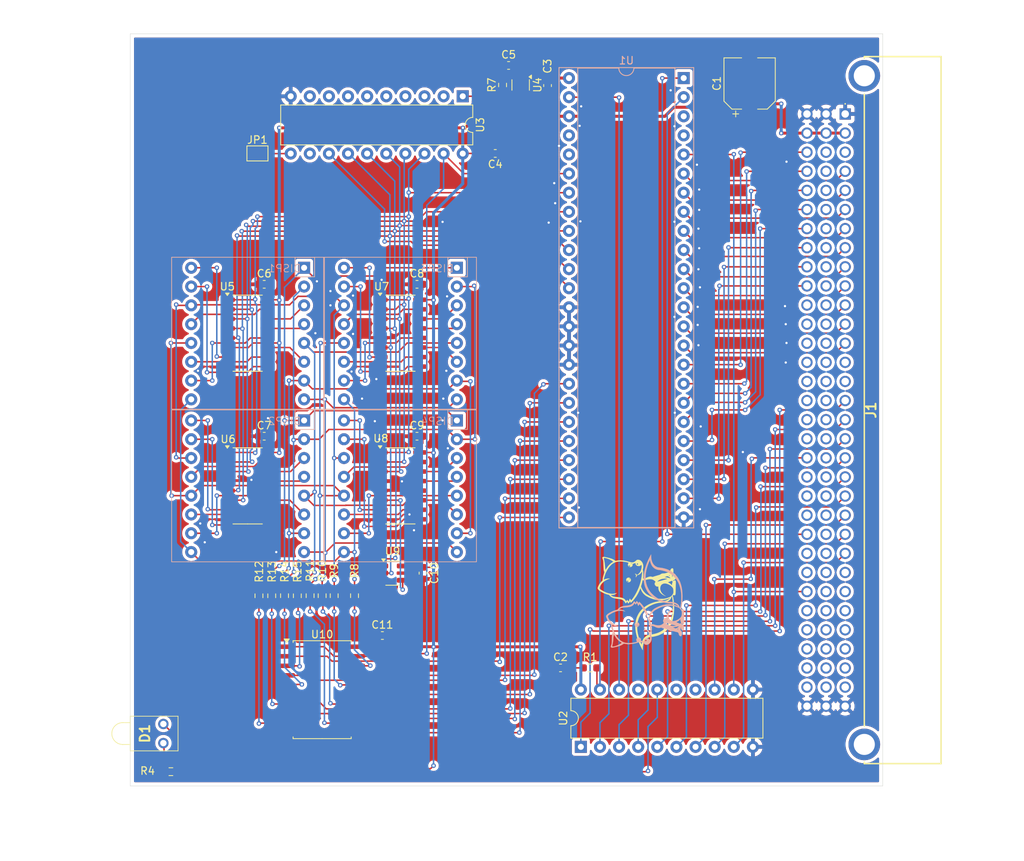
<source format=kicad_pcb>
(kicad_pcb (version 20240108) (generator "pcbnew") (generator_version "8.0")
  (layers (0 "F.Cu" signal) (31 "B.Cu" signal) (34 "B.Paste" user) (35 "F.Paste" user) (36 "B.SilkS" user "B.Silkscreen") (37 "F.SilkS" user "F.Silkscreen") (38 "B.Mask" user) (39 "F.Mask" user) (44 "Edge.Cuts" user))
  (net 0 "")
  (net 1 "HIGH")
  (net 2 "LOW")
  (net 3 "Net-(C5-Pad1)")
  (net 4 "Net-(D1-K)")
  (net 5 "Net-(DISP1-COL5)")
  (net 6 "Net-(DISP1-COL8)")
  (net 7 "/LD5")
  (net 8 "/LD0")
  (net 9 "Net-(DISP1-COL7)")
  (net 10 "Net-(DISP1-COL6)")
  (net 11 "/LD1")
  (net 12 "/LD6")
  (net 13 "Net-(DISP1-COL2)")
  (net 14 "/LD4")
  (net 15 "Net-(DISP1-COL3)")
  (net 16 "Net-(DISP1-COL1)")
  (net 17 "Net-(DISP1-COL4)")
  (net 18 "/LD3")
  (net 19 "/LD7")
  (net 20 "/LD2")
  (net 21 "Net-(DISP2-COL5)")
  (net 22 "Net-(DISP2-COL8)")
  (net 23 "Net-(DISP2-COL2)")
  (net 24 "Net-(DISP2-COL1)")
  (net 25 "Net-(DISP2-COL7)")
  (net 26 "Net-(DISP2-COL3)")
  (net 27 "Net-(DISP2-COL4)")
  (net 28 "Net-(DISP2-COL6)")
  (net 29 "Net-(DISP3-COL5)")
  (net 30 "Net-(DISP3-COL7)")
  (net 31 "Net-(DISP3-COL1)")
  (net 32 "Net-(DISP3-COL3)")
  (net 33 "Net-(DISP3-COL8)")
  (net 34 "Net-(DISP3-COL2)")
  (net 35 "Net-(DISP3-COL6)")
  (net 36 "Net-(DISP3-COL4)")
  (net 37 "Net-(DISP4-COL6)")
  (net 38 "Net-(DISP4-COL2)")
  (net 39 "Net-(DISP4-COL1)")
  (net 40 "Net-(DISP4-COL4)")
  (net 41 "Net-(DISP4-COL8)")
  (net 42 "Net-(DISP4-COL5)")
  (net 43 "Net-(DISP4-COL3)")
  (net 44 "Net-(DISP4-COL7)")
  (net 46 "/LA8")
  (net 48 "/DA0")
  (net 49 "/DA13")
  (net 52 "/LA4")
  (net 54 "/LA18")
  (net 56 "/DA5")
  (net 57 "/LA17")
  (net 58 "/DA2")
  (net 59 "/DA10")
  (net 60 "/LA10")
  (net 69 "/DA7")
  (net 70 "/DA14")
  (net 73 "~{RST}")
  (net 75 "/LA3")
  (net 76 "/LA11")
  (net 78 "/DA8")
  (net 79 "/LA14")
  (net 81 "/DA15")
  (net 82 "/LA12")
  (net 83 "/LA7")
  (net 87 "/LA1")
  (net 89 "RAM_nWE")
  (net 90 "/DA4")
  (net 91 "nLBS_MEM")
  (net 93 "/LA13")
  (net 98 "/LA20")
  (net 100 "/DA3")
  (net 103 "/LA16")
  (net 104 "/LA5")
  (net 105 "/LA15")
  (net 106 "/LA21")
  (net 110 "nBUFCTL")
  (net 111 "/DA12")
  (net 112 "/LA19")
  (net 119 "/DA1")
  (net 120 "RST")
  (net 121 "/DA9")
  (net 124 "/DA6")
  (net 126 "/LA6")
  (net 127 "/LA9")
  (net 128 "/DA11")
  (net 129 "/LA0")
  (net 133 "/LA2")
  (net 134 "Net-(JP1-B)")
  (net 135 "~{DPRAM_EN}")
  (net 136 "Net-(U2-IO4)")
  (net 137 "DotClockX2")
  (net 138 "Net-(U10-O0a)")
  (net 139 "Net-(U10-O1a)")
  (net 140 "Net-(U10-O2a)")
  (net 141 "Net-(U10-O3a)")
  (net 142 "Net-(U10-O0b)")
  (net 143 "Net-(U10-O1b)")
  (net 144 "Net-(U10-O2b)")
  (net 145 "Net-(U10-O3b)")
  (net 146 "COL_AD3")
  (net 147 "COL_AD0")
  (net 148 "COL_AD2")
  (net 149 "Net-(U1-IO1R)")
  (net 150 "Net-(U1-IO6R)")
  (net 151 "Net-(U1-IO7R)")
  (net 152 "/COL_nOE")
  (net 153 "COL_AD1")
  (net 155 "Net-(U1-IO3R)")
  (net 156 "Net-(U1-IO4R)")
  (net 157 "Net-(U1-IO5R)")
  (net 159 "/COL_AD5")
  (net 160 "Net-(U1-IO0R)")
  (net 161 "Net-(U1-IO2R)")
  (net 162 "COL_AD4")
  (net 174 "~{DPRAM_DIS}")
  (net 178 "Net-(U8-E2)")
  (footprint "Capacitor_SMD:C_0603_1608Metric" (layer "F.Cu") (at 150.275 54.2)
    (property "Reference" "C5")
    (property "Value" "15nF")
  )
  (footprint "Capacitor_SMD:CP_Elec_6.3x5.8" (layer "F.Cu") (at 182.3 56.6 90)
    (property "Reference" "C1")
    (property "Value" "47uF 16V")
  )
  (footprint "Resistor_SMD:R_0603_1608Metric_Pad0.98x0.95mm_HandSolder" (layer "F.Cu") (at 122.2 124.7125 90)
    (property "Reference" "R15")
    (property "Value" "680R")
  )
  (footprint "Capacitor_SMD:C_0603_1608Metric" (layer "F.Cu") (at 117.8 83.3)
    (property "Reference" "C6")
    (property "Value" "100nF")
  )
  (footprint "Resistor_SMD:R_0603_1608Metric_Pad0.98x0.95mm_HandSolder" (layer "F.Cu") (at 117.1 124.7125 90)
    (property "Reference" "R12")
    (property "Value" "680R")
  )
  (footprint "Capacitor_SMD:C_0603_1608Metric" (layer "F.Cu") (at 138.1 103.5)
    (property "Reference" "C9")
    (property "Value" "100nF")
  )
  (footprint "Resistor_SMD:R_0603_1608Metric_Pad0.98x0.95mm_HandSolder" (layer "F.Cu") (at 105.4 148.1)
    (property "Reference" "R4")
    (property "Value" "470R")
  )
  (footprint "Package_SO:SO-16_3.9x9.9mm_P1.27mm" (layer "F.Cu") (at 135.9 89.8)
    (property "Reference" "U7")
    (property "Value" "74HC138")
  )
  (footprint "DIN41612_96_RA:86093967113745ELF" (layer "F.Cu") (at 195 60.6552 90)
    (property "Reference" "J1")
    (property "Value" "86093967113745ELF" (hide yes))
  )
  (footprint "Resistor_SMD:R_0603_1608Metric" (layer "F.Cu") (at 149.475 56.8 90)
    (property "Reference" "R7")
    (property "Value" "270R")
  )
  (footprint "Capacitor_SMD:C_0603_1608Metric" (layer "F.Cu") (at 138.9 121.7 90)
    (property "Reference" "C10")
    (property "Value" "100nF")
  )
  (footprint "Package_SO:SO-16_3.9x9.9mm_P1.27mm" (layer "F.Cu") (at 135.9 110.1)
    (property "Reference" "U8")
    (property "Value" "74HC138")
  )
  (footprint "Resistor_SMD:R_0603_1608Metric_Pad0.98x0.95mm_HandSolder" (layer "F.Cu") (at 118.8 124.7125 90)
    (property "Reference" "R13")
    (property "Value" "680R")
  )
  (footprint "Resistor_SMD:R_0603_1608Metric_Pad0.98x0.95mm_HandSolder" (layer "F.Cu") (at 125.5 124.7 90)
    (property "Reference" "R10")
    (property "Value" "680R")
  )
  (footprint "Jumper:SolderJumper-2_P1.3mm_Open_TrianglePad1.0x1.5mm" (layer "F.Cu") (at 116.9 65.9)
    (property "Reference" "JP1")
    (property "Value" "Jumper_2_Open")
  )
  (footprint "Capacitor_SMD:C_0603_1608Metric" (layer "F.Cu") (at 133.5 130)
    (property "Reference" "C11")
    (property "Value" "100nF")
  )
  (footprint "Package_DIP:DIP-20_W7.62mm" (layer "F.Cu") (at 144.18 58.3 -90)
    (property "Reference" "U3")
    (property "Value" "GAL16V8")
  )
  (footprint "Resistor_SMD:R_0603_1608Metric_Pad0.98x0.95mm_HandSolder" (layer "F.Cu") (at 129.8 124.7 90)
    (property "Reference" "R8")
    (property "Value" "680R")
  )
  (footprint "Resistor_SMD:R_0603_1608Metric_Pad0.98x0.95mm_HandSolder" (layer "F.Cu") (at 120.5 124.7 90)
    (property "Reference" "R14")
    (property "Value" "680R")
  )
  (footprint "Resistor_SMD:R_0603_1608Metric_Pad0.98x0.95mm_HandSolder" (layer "F.Cu") (at 127.1 124.7 90)
    (property "Reference" "R9")
    (property "Value" "680R")
  )
  (footprint "Capacitor_SMD:C_0603_1608Metric" (layer "F.Cu") (at 117.8 103.5)
    (property "Reference" "C7")
    (property "Value" "100nF")
  )
  (footprint "Package_SO:SO-16_3.9x9.9mm_P1.27mm" (layer "F.Cu") (at 115.6 110.1)
    (property "Reference" "U6")
    (property "Value" "74HC138")
  )
  (footprint "Package_SO:SOIC-20W_7.5x12.8mm_P1.27mm" (layer "F.Cu") (at 125.5 137.2)
    (property "Reference" "U10")
    (property "Value" "SN74AHCT244DWR")
  )
  (footprint "PaulasKiCADFootPrint:Fox_avatar_18mm" (layer "F.Cu") (at 167.3 125 90)
    (property "Reference" "SYM1" (hide yes))
    (property "Value" "Logo_Open_Hardware_Large" (hide yes))
  )
  (footprint "Package_SO:SO-16_3.9x9.9mm_P1.27mm" (layer "F.Cu") (at 115.6 89.8)
    (property "Reference" "U5")
    (property "Value" "74HC138")
  )
  (footprint "Capacitor_SMD:C_0603_1608Metric" (layer "F.Cu") (at 157.175 134.3)
    (property "Reference" "C2")
    (property "Value" "100nF")
  )
  (footprint "Package_TO_SOT_SMD:SOT-353_SC-70-5" (layer "F.Cu") (at 151.875 56.8 -90)
    (property "Reference" "U4")
    (property "Value" "74ahc1G14dckr")
  )
  (footprint "Package_DIP:DIP-20_W7.62mm" (layer "F.Cu") (at 159.875 144.8 90)
    (property "Reference" "U2")
    (property "Value" "GAL16V8")
  )
  (footprint "Resistor_SMD:R_0603_1608Metric_Pad0.98x0.95mm_HandSolder" (layer "F.Cu") (at 123.9 124.7 90)
    (property "Reference" "R11")
    (property "Value" "680R")
  )
  (footprint "Capacitor_SMD:C_0603_1608Metric" (layer "F.Cu") (at 155.448 56.875 90)
    (property "Reference" "C3")
    (property "Value" "100nF")
  )
  (footprint "Package_TO_SOT_SMD:SOT-23-5_HandSoldering" (layer "F.Cu") (at 134.85 121.7)
    (property "Reference" "U9")
    (property "Value" "74LVC1G08DBVTE4")
  )
  (footprint "Capacitor_SMD:C_0603_1608Metric" (layer "F.Cu") (at 148.5 65.9 180)
    (property "Reference" "C4")
    (property "Value" "100nF")
  )
  (footprint "Capacitor_SMD:C_0603_1608Metric" (layer "F.Cu") (at 138.1 83.3)
    (property "Reference" "C8")
    (property "Value" "100nF")
  )
  (footprint "Resistor_SMD:R_0603_1608Metric_Pad0.98x0.95mm_HandSolder" (layer "F.Cu") (at 161.1 134.3)
    (property "Reference" "R1")
    (property "Value" "4K7")
  )
  (footprint "LTL-4221NHBP:LTL4221NHBP" (layer "F.Cu") (at 104.4 141.76 -90)
    (property "Reference" "D1")
    (property "Value" "LED" (hide yes))
  )
  (footprint "PaulasKiCADFootPrint:Fox_avatar_18mm" (layer "B.Cu") (at 168.414778 126.147935 -90)
    (property "Reference" "SYM1" (hide yes))
    (property "Value" "Logo_Open_Hardware_Large" (hide yes))
  )
  (footprint "PaulasKiCADFootPrint:788AS" (layer "B.Cu") (at 124.4 101.4 180)
    (property "Reference" "DISP2")
    (property "Value" "~")
  )
  (footprint "PaulasKiCADFootPrint:788AS" (layer "B.Cu") (at 144.7 81.1 180)
    (property "Reference" "DISP3")
    (property "Value" "~")
  )
  (footprint "PaulasKiCADFootPrint:788AS" (layer "B.Cu") (at 144.7 101.4 180)
    (property "Reference" "DISP4")
    (property "Value" "~")
  )
  (footprint "Package_DIP:DIP-48_W15.24mm_Socket" (layer "B.Cu") (at 173.54 55.88 180)
    (property "Reference" "U1")
    (property "Value" "7130LA55PDGI")
  )
  (footprint "PaulasKiCADFootPrint:788AS" (layer "B.Cu") (at 124.4 81.1 180)
    (property "Reference" "DISP1")
    (property "Value" "~")
  )
  (gr_line (start 100 50) (end 200 50) (stroke (width 0.05)) (layer "Edge.Cuts"))
  (gr_line (start 200 150) (end 100 150) (stroke (width 0.05)) (layer "Edge.Cuts"))
  (gr_line (start 200 50) (end 200 150) (stroke (width 0.05)) (layer "Edge.Cuts"))
  (gr_line (start 100 150) (end 100 50) (stroke (width 0.05)) (layer "Edge.Cuts"))
  (segment (start 118.025 123.975) (end 118.025 123.8) (width 0.2) (layer "F.Cu") (net 0))
  (segment (start 117.9 124) (end 118 124) (width 0.2) (layer "F.Cu") (net 0))
  (segment (start 118 124) (end 118.025 123.975) (width 0.2) (layer "F.Cu") (net 0))
  (segment (start 115.695 91.705) (end 116.3 91.1) (width 0.2) (layer "F.Cu") (net 1))
  (segment (start 118.175 85.355) (end 118.175 84.325) (width 0.2) (layer "F.Cu") (net 1))
  (segment (start 140.255 85.355) (end 140.3 85.4) (width 0.2) (layer "F.Cu") (net 1))
  (segment (start 144.2 62.5) (end 144.5 62.5) (width 0.4) (layer "F.Cu") (net 1))
  (segment (start 192.46 63.1952) (end 195 63.1952) (width 0.4) (layer "F.Cu") (net 1))
  (segment (start 139.9 147.7) (end 140.3 147.3) (width 0.2) (layer "F.Cu") (net 1))
  (segment (start 152.525 57.1266) (end 152.525 57.75) (width 0.2) (layer "F.Cu") (net 1))
  (segment (start 134.3 131.485) (end 140.285 131.485) (width 0.4) (layer "F.Cu") (net 1))
  (segment (start 113.1 147.7) (end 139.9 147.7) (width 0.2) (layer "F.Cu") (net 1))
  (segment (start 104.4 141.76) (end 110.34 147.7) (width 0.2) (layer "F.Cu") (net 1))
  (segment (start 158.3 60.96) (end 161.1 60.96) (width 0.4) (layer "F.Cu") (net 1))
  (segment (start 143.7 62.5) (end 132 62.5) (width 0.4) (layer "F.Cu") (net 1))
  (segment (start 182.3 59.3) (end 186.5 59.3) (width 0.4) (layer "F.Cu") (net 1))
  (segment (start 136.2 120.75) (end 138.725 120.75) (width 0.2) (layer "F.Cu") (net 1))
  (segment (start 156.6672 55.88) (end 158.3 55.88) (width 0.4) (layer "F.Cu") (net 1))
  (segment (start 155.448 56.1) (end 156.6332 56.1) (width 0.2) (layer "F.Cu") (net 1))
  (segment (start 156.6672 56.134) (end 156.6672 55.88) (width 0.4) (layer "F.Cu") (net 1))
  (segment (start 138.475 105.655) (end 140.255 105.655) (width 0.2) (layer "F.Cu") (net 1))
  (segment (start 138.475 85.355) (end 140.255 85.355) (width 0.2) (layer "F.Cu") (net 1))
  (segment (start 156.6672 60.96) (end 156.6672 56.134) (width 0.4) (layer "F.Cu") (net 1))
  (segment (start 156.6332 56.1) (end 156.6672 56.134) (width 0.2) (layer "F.Cu") (net 1))
  (segment (start 110.34 147.7) (end 113.1 147.7) (width 0.2) (layer "F.Cu") (net 1))
  (segment (start 147.725 65.9) (end 144.2 65.9) (width 0.2) (layer "F.Cu") (net 1))
  (segment (start 181.84 59.76) (end 182.3 59.3) (width 0.4) (layer "F.Cu") (net 1))
  (segment (start 144.2 65.9) (end 144.18 65.92) (width 0.2) (layer "F.Cu") (net 1))
  (segment (start 134.275 130) (end 134.275 131.46) (width 0.2) (layer "F.Cu") (net 1))
  (segment (start 138.875 84.025) (end 138.875 83.3) (width 0.2) (layer "F.Cu") (net 1))
  (segment (start 118.575 104.325) (end 118.575 103.5) (width 0.2) (layer "F.Cu") (net 1))
  (segment (start 156.6672 60.96) (end 158.3 60.96) (width 0.4) (layer "F.Cu") (net 1))
  (segment (start 146.04 60.96) (end 156.6672 60.96) (width 0.4) (layer "F.Cu") (net 1))
  (segment (start 118.175 104.725) (end 118.575 104.325) (width 0.2) (layer "F.Cu") (net 1))
  (segment (start 159.875 137.18) (end 159.875 134.6125) (width 0.2) (layer "F.Cu") (net 1))
  (segment (start 138.9 120.925) (end 140.275 120.925) (width 0.2) (layer "F.Cu") (net 1))
  (segment (start 159.875 134.6125) (end 160.1875 134.3) (width 0.2) (layer "F.Cu") (net 1))
  (segment (start 189.9152 63.2) (end 189.92 63.1952) (width 0.4) (layer "F.Cu") (net 1))
  (segment (start 118.175 85.355) (end 119.755 85.355) (width 0.2) (layer "F.Cu") (net 1))
  (segment (start 118.575 83.925) (end 118.575 83.3) (width 0.2) (layer "F.Cu") (net 1))
  (segment (start 171.04 60.96) (end 172.24 59.76) (width 0.4) (layer "F.Cu") (net 1))
  (segment (start 116.3 91.1) (end 119.8 91.1) (width 0.2) (layer "F.Cu") (net 1))
  (segment (start 186.5 63.2) (end 189.9152 63.2) (width 0.4) (layer "F.Cu") (net 1))
  (segment (start 119.755 85.355) (end 119.8 85.4) (width 0.2) (layer "F.Cu") (net 1))
  (segment (start 144.5 62.5) (end 146.04 60.96) (width 0.4) (layer "F.Cu") (net 1))
  (segment (start 172.24 59.76) (end 181.84 59.76) (width 0.4) (layer "F.Cu") (net 1))
  (segment (start 118.175 84.325) (end 118.575 83.925) (width 0.2) (layer "F.Cu") (net 1))
  (segment (start 138.475 105.655) (end 138.475 104.825) (width 0.2) (layer "F.Cu") (net 1))
  (segment (start 153.5516 56.1) (end 152.525 57.1266) (width 0.2) (layer "F.Cu") (net 1))
  (segment (start 144.2 62.5) (end 143.7 62.5) (width 0.4) (layer "F.Cu") (net 1))
  (segment (start 118.175 105.655) (end 119.755 105.655) (width 0.2) (layer "F.Cu") (net 1))
  (segment (start 140.275 120.925) (end 140.3 120.9) (width 0.2) (layer "F.Cu") (net 1))
  (segment (start 160.1875 134.3) (end 157.95 134.3) (width 0.2) (layer "F.Cu") (net 1))
  (segment (start 140.285 131.485) (end 140.3 131.5) (width 0.2) (layer "F.Cu") (net 1))
  (segment (start 130.15 131.485) (end 134.3 131.485) (width 0.4) (layer "F.Cu") (net 1))
  (segment (start 138.875 104.425) (end 138.875 103.5) (width 0.2) (layer "F.Cu") (net 1))
  (segment (start 119.755 105.655) (end 119.8 105.7) (width 0.2) (layer "F.Cu") (net 1))
  (segment (start 113.025 91.705) (end 115.695 91.705) (width 0.2) (layer "F.Cu") (net 1))
  (segment (start 161.1 60.96) (end 171.04 60.96) (width 0.4) (layer "F.Cu") (net 1))
  (segment (start 138.475 84.425) (end 138.875 84.025) (width 0.2) (layer "F.Cu") (net 1))
  (segment (start 138.475 85.355) (end 138.475 84.425) (width 0.2) (layer "F.Cu") (net 1))
  (segment (start 155.448 56.1) (end 153.5516 56.1) (width 0.2) (layer "F.Cu") (net 1))
  (segment (start 189.92 63.1952) (end 192.46 63.1952) (width 0.4) (layer "F.Cu") (net 1))
  (segment (start 140.3 131.5) (end 159.8 131.5) (width 0.4) (layer "F.Cu") (net 1))
  (segment (start 140.255 105.655) (end 140.3 105.7) (width 0.2) (layer "F.Cu") (net 1))
  (segment (start 138.725 120.75) (end 138.9 120.925) (width 0.2) (layer "F.Cu") (net 1))
  (segment (start 118.175 105.655) (end 118.175 104.725) (width 0.2) (layer "F.Cu") (net 1))
  (segment (start 132 62.5) (end 119.8 62.5) (width 0.4) (layer "F.Cu") (net 1))
  (segment (start 138.475 104.825) (end 138.875 104.425) (width 0.2) (layer "F.Cu") (net 1))
  (segment (start 134.275 131.46) (end 134.3 131.485) (width 0.2) (layer "F.Cu") (net 1))
  (via (at 140.3 120.9) (size 0.6) (drill 0.3) (layers "F.Cu" "B.Cu") (net 1))
  (via (at 144.2 62.5) (size 0.6) (drill 0.3) (layers "F.Cu" "B.Cu") (net 1))
  (via (at 186.5 63.2) (size 0.6) (drill 0.3) (layers "F.Cu" "B.Cu") (net 1))
  (via (at 119.8 105.7) (size 0.6) (drill 0.3) (layers "F.Cu" "B.Cu") (net 1))
  (via (at 186.5 59.3) (size 0.6) (drill 0.3) (layers "F.Cu" "B.Cu") (net 1))
  (via (at 119.8 85.4) (size 0.6) (drill 0.3) (layers "F.Cu" "B.Cu") (net 1))
  (via (at 159.8 131.5) (size 0.6) (drill 0.3) (layers "F.Cu" "B.Cu") (net 1))
  (via (at 140.3 147.3) (size 0.6) (drill 0.3) (layers "F.Cu" "B.Cu") (net 1))
  (via (at 119.8 62.5) (size 0.6) (drill 0.3) (layers "F.Cu" "B.Cu") (net 1))
  (via (at 140.3 85.4) (size 0.6) (drill 0.3) (layers "F.Cu" "B.Cu") (net 1))
  (via (at 119.8 91.1) (size 0.6) (drill 0.3) (layers "F.Cu" "B.Cu") (net 1))
  (via (at 140.3 131.5) (size 0.6) (drill 0.3) (layers "F.Cu" "B.Cu") (net 1))
  (via (at 140.3 105.7) (size 0.6) (drill 0.3) (layers "F.Cu" "B.Cu") (net 1))
  (segment (start 144.18 69.92) (end 140.3 73.8) (width 0.4) (layer "B.Cu") (net 1))
  (segment (start 119.8 85.4) (end 119.8 91.1) (width 0.4) (layer "B.Cu") (net 1))
  (segment (start 144.18 62.52) (end 144.2 62.5) (width 0.4) (layer "B.Cu") (net 1))
  (segment (start 140.3 85.4) (end 140.3 105.7) (width 0.4) (layer "B.Cu") (net 1))
  (segment (start 140.3 120.9) (end 140.3 131.5) (width 0.4) (layer "B.Cu") (net 1))
  (segment (start 140.3 73.8) (end 140.3 85.4) (width 0.4) (layer "B.Cu") (net 1))
  (segment (start 119.8 91.1) (end 119.8 105.7) (width 0.4) (layer "B.Cu") (net 1))
  (segment (start 159.875 137.18) (end 159.875 131.575) (width 0.4) (layer "B.Cu") (net 1))
  (segment (start 144.18 65.92) (end 144.18 62.52) (width 0.4) (layer "B.Cu") (net 1))
  (segment (start 144.18 65.92) (end 144.18 69.92) (width 0.4) (layer "B.Cu") (net 1))
  (segment (start 119.8 62.5) (end 119.8 85.4) (width 0.4) (layer "B.Cu") (net 1))
  (segment (start 140.3 105.7) (end 140.3 120.9) (width 0.4) (layer "B.Cu") (net 1))
  (segment (start 186.5 59.3) (end 186.5 63.2) (width 0.4) (layer "B.Cu") (net 1))
  (segment (start 140.3 147.3) (end 140.3 131.5) (width 0.2) (layer "B.Cu") (net 1))
  (segment (start 159.875 131.575) (end 159.8 131.5) (width 0.4) (layer "B.Cu") (net 1))
  (segment (start 136.3 113.9) (end 136.5 113.9) (width 0.2) (layer "F.Cu") (net 2))
  (segment (start 115.935 109.465) (end 116.1 109.3) (width 0.2) (layer "F.Cu") (net 2))
  (segment (start 109.855 114.545) (end 109.3 115.1) (width 0.2) (layer "F.Cu") (net 2))
  (segment (start 130.055 94.245) (end 129.4 94.9) (width 0.2) (layer "F.Cu") (net 2))
  (segment (start 113.025 109.465) (end 115.935 109.465) (width 0.2) (layer "F.Cu") (net 2))
  (segment (start 135.655 114.545) (end 136.3 113.9) (width 0.2) (layer "F.Cu") (net 2))
  (segment (start 113.025 114.545) (end 109.855 114.545) (width 0.2) (layer "F.Cu") (net 2))
  (segment (start 133.325 114.545) (end 135.655 114.545) (width 0.2) (layer "F.Cu") (net 2))
  (segment (start 133.325 109.465) (end 136.065 109.465) (width 0.2) (layer "F.Cu") (net 2))
  (segment (start 113.025 94.245) (end 109.555 94.245) (width 0.2) (layer "F.Cu") (net 2))
  (segment (start 151.225 54.375) (end 151.05 54.2) (width 0.2) (layer "F.Cu") (net 2))
  (segment (start 133.325 90.435) (end 130.135 90.435) (width 0.2) (layer "F.Cu") (net 2))
  (segment (start 151.225 55.85) (end 151.225 54.375) (width 0.2) (layer "F.Cu") (net 2))
  (segment (start 109.555 94.245) (end 109 94.8) (width 0.2) (layer "F.Cu") (net 2))
  (segment (start 133.325 94.245) (end 130.055 94.245) (width 0.2) (layer "F.Cu") (net 2))
  (segment (start 136.5 113.9) (end 137.1 113.9) (width 0.2) (layer "F.Cu") (net 2))
  (segment (start 130.135 90.435) (end 129.6 89.9) (width 0.2) (layer "F.Cu") (net 2))
  (segment (start 136.065 109.465) (end 136.1 109.5) (width 0.2) (layer "F.Cu") (net 2))
  (via (at 175.7 83.7) (size 0.6) (drill 0.3) (layers "F.Cu" "B.Cu") (net 2))
  (via (at 175.5 75.9) (size 0.6) (drill 0.3) (layers "F.Cu" "B.Cu") (net 2))
  (via (at 172.3136 74.9808) (size 0.6) (drill 0.3) (layers "F.Cu" "B.Cu") (net 2))
  (via (at 142.2 105.1) (size 0.6) (drill 0.3) (layers "F.Cu" "B.Cu") (net 2))
  (via (at 159.512 100.3808) (size 0.6) (drill 0.3) (layers "F.Cu" "B.Cu") (net 2))
  (via (at 175.6 78.5) (size 0.6) (drill 0.3) (layers "F.Cu" "B.Cu") (net 2))
  (via (at 133.4 82.7) (size 0.6) (drill 0.3) (layers "F.Cu" "B.Cu") (net 2))
  (via (at 124.6 89.8) (size 0.6) (drill 0.3) (layers "F.Cu" "B.Cu") (net 2))
  (via (at 132.5 101.5) (size 0.6) (drill 0.3) (layers "F.Cu" "B.Cu") (net 2))
  (via (at 129.4 94.9) (size 0.6) (drill 0.3) (layers "F.Cu" "B.Cu") (net 2))
  (via (at 142.1 84.9) (size 0.6) (drill 0.3) (layers "F.Cu" "B.Cu") (net 2))
  (via (at 109.9 117.6) (size 0.6) (drill 0.3) (layers "F.Cu" "B.Cu") (net 2))
  (via (at 155.6 75.1) (size 0.6) (drill 0.3) (layers "F.Cu" "B.Cu") (net 2))
  (via (at 171.8056 57.5056) (size 0.6) (drill 0.3) (layers "F.Cu" "B.Cu") (net 2))
  (via (at 132.7 95.9) (size 0.6) (drill 0.3) (layers "F.Cu" "B.Cu") (net 2))
  (via (at 187.1 88.6) (size 0.6) (drill 0.3) (layers "F.Cu" "B.Cu") (net 2))
  (via (at 109.3 115.1) (size 0.6) (drill 0.3) (layers "F.Cu" "B.Cu") (net 2))
  (via (at 175.4 86.3) (size 0.6) (drill 0.3) (layers "F.Cu" "B.Cu") (net 2))
  (via (at 175.4 88.7) (size 0.6) (drill 0.3) (layers "F.Cu" "B.Cu") (net 2))
  (via (at 109 94.8) (size 0.6) (drill 0.3) (layers "F.Cu" "B.Cu") (net 2))
  (via (at 126.6 84.2) (size 0.6) (drill 0.3) (layers "F.Cu" "B.Cu") (net 2))
  (via (at 156.972 64.897) (size 0.6) (drill 0.3) (layers "F.Cu" "B.Cu") (net 2))
  (via (at 133.1 103.9) (size 0.6) (drill 0.3) (layers "F.Cu" "B.Cu") (net 2))
  (via (at 187 86.2) (size 0.6) (drill 0.3) (layers "F.Cu" "B.Cu") (net 2))
  (via (at 175.5 81.3) (size 0.6) (drill 0.3) (layers "F.Cu" "B.Cu") (net 2))
  (via (at 175.3 67.4) (size 0.6) (drill 0.3) (layers "F.Cu" "B.Cu") (net 2))
  (via (at 116.1 109.3) (size 0.6) (drill 0.3) (layers "F.Cu" "B.Cu") (net 2))
  (via (at 172.3136 62.2808) (size 0.6) (drill 0.3) (layers "F.Cu" "B.Cu") (net 2))
  (via (at 172.3136 87.63) (size 0.6) (drill 0.3) (layers "F.Cu" "B.Cu") (net 2))
  (via (at 156.337 69.85) (size 0.6) (drill 0.3) (layers "F.Cu" "B.Cu") (net 2))
  (via (at 129.6 84.8) (size 0.6) (drill 0.3) (layers "F.Cu" "B.Cu") (net 2))
  (via (at 175.5 91.4) (size 0.6) (drill 0.3) (layers "F.Cu" "B.Cu") (net 2))
  (via (at 159.6136 112.9792) (size 0.6) (drill 0.3) (layers "F.Cu" "B.Cu") (net 2))
  (via (at 175.7 113.2) (size 0.6) (drill 0.3) (layers "F.Cu" "B.Cu") (net 2))
  (via (at 187.1 93.7) (size 0.6) (drill 0.3) (layers "F.Cu" "B.Cu") (net 2))
  (via (at 159.9184 59.6392) (size 0.6) (drill 0.3) (layers "F.Cu" "B.Cu") (net 2))
  (via (at 130.8 98.5) (size 0.6) (drill 0.3) (layers "F.Cu" "B.Cu") (net 2))
  (via (at 187.2 67) (size 0.6) (drill 0.3) (layers "F.Cu" "B.Cu") (net 2))
  (via (at 181.4 105.6) (size 0.6) (drill 0.3) (layers "F.Cu" "B.Cu") (net 2))
  (via (at 175.6 73.4) (size 0.6) (drill 0.3) (layers "F.Cu" "B.Cu") (net 2))
  (via (at 119.4 118.9) (size 0.6) (drill 0.3) (layers "F.Cu" "B.Cu") (net 2))
  (via (at 159.7152 62.23) (size 0.6) (drill 0.3) (layers "F.Cu" "B.Cu") (net 2))
  (via (at 118.3 101.1) (size 0.6) (drill 0.3) (layers "F.Cu" "B.Cu") (net 2))
  (via (at 141.5 75) (size 0.6) (drill 0.3) (layers "F.Cu" "B.Cu") (net 2))
  (via (at 175.6 70.7) (size 0.6) (drill 0.3) (layers "F.Cu" "B.Cu") (net 2))
  (via (at 129.6 89.9) (size 0.6) (drill 0.3) (layers "F.Cu" "B.Cu") (net 2))
  (via (at 156.464 72.517) (size 0.6) (drill 0.3) (layers "F.Cu" "B.Cu") (net 2))
  (via (at 124.8 82.9) (size 0.6) (drill 0.3) (layers "F.Cu" "B.Cu") (net 2))
  (via (at 137.1 113.9) (size 0.6) (drill 0.3) (layers "F.Cu" "B.Cu") (net 2))
  (via (at 159.8168 74.93) (size 0.6) (drill 0.3) (layers "F.Cu" "B.Cu") (net 2))
  (via (at 137.7 116) (size 0.6) (drill 0.3) (layers "F.Cu" "B.Cu") (net 2))
  (via (at 126.6 86.1) (size 0.6) (drill 0.3) (layers "F.Cu" "B.Cu") (net 2))
  (via (at 141.5 101.4) (size 0.6) (drill 0.3) (layers "F.Cu" "B.Cu") (net 2))
  (via (at 141.6 98.5) (size 0.6) (drill 0.3) (layers "F.Cu" "B.Cu") (net 2))
  (via (at 187.2 91.1) (size 0.6) (drill 0.3) (layers "F.Cu" "B.Cu") (net 2))
  (via (at 175.8 102.2) (size 0.6) (drill 0.3) (layers "F.Cu" "B.Cu") (net 2))
  (via (at 172.3644 100.3808) (size 0.6) (drill 0.3) (layers "F.Cu" "B.Cu") (net 2))
  (via (at 142 94.8) (size 0.6) (drill 0.3) (layers "F.Cu" "B.Cu") (net 2))
  (via (at 136.1 109.5) (size 0.6) (drill 0.3) (layers "F.Cu" "B.Cu") (net 2))
  (segment (start 150 56.5) (end 149.475 55.975) (width 0.2) (layer "F.Cu") (net 3))
  (segment (start 149.475 54.225) (end 149.5 54.2) (width 0.2) (layer "F.Cu") (net 3))
  (segment (start 149.475 55.975) (end 149.475 54.225) (width 0.2) (layer "F.Cu") (net 3))
  (segment (start 151.549999 56.5) (end 150 56.5) (width 0.2) (layer "F.Cu") (net 3))
  (segment (start 151.875 56.174999) (end 151.549999 56.5) (width 0.2) (layer "F.Cu") (net 3))
  (segment (start 151.875 55.85) (end 151.875 56.174999) (width 0.2) (layer "F.Cu") (net 3))
  (segment (start 104.4875 144.3875) (end 104.4 144.3) (width 0.2) (layer "F.Cu") (net 4))
  (segment (start 104.4875 148.1) (end 104.4875 144.3875) (width 0.2) (layer "F.Cu") (net 4))
  (segment (start 121.205 91.705) (end 123.1 93.6) (width 0.2) (layer "F.Cu") (net 5))
  (segment (start 118.175 91.705) (end 121.205 91.705) (width 0.2) (layer "F.Cu") (net 5))
  (segment (start 113.025 92.975) (end 111.575 92.975) (width 0.2) (layer "F.Cu") (net 6))
  (segment (start 111.5 81.1) (end 108.1 81.1) (width 0.2) (layer "F.Cu") (net 6))
  (segment (start 111.575 92.975) (end 111.5 92.9) (width 0.2) (layer "F.Cu") (net 6))
  (via (at 111.5 81.1) (size 0.6) (drill 0.3) (layers "F.Cu" "B.Cu") (net 6))
  (via (at 111.5 92.9) (size 0.6) (drill 0.3) (layers "F.Cu" "B.Cu") (net 6))
  (segment (start 111.5 92.9) (end 111.5 81.1) (width 0.2) (layer "B.Cu") (net 6))
  (segment (start 143.5 96.2) (end 143.4 96.1) (width 0.2) (layer "F.Cu") (net 7))
  (segment (start 143.4 116.4) (end 145.2 116.4) (width 0.2) (layer "F.Cu") (net 7))
  (segment (start 118.8 123.308699) (end 121.059934 121.048765) (width 0.2) (layer "F.Cu") (net 7))
  (segment (start 118.8 123.8) (end 118.8 123.308699) (width 0.2) (layer "F.Cu") (net 7))
  (segment (start 145.2 96.2) (end 143.5 96.2) (width 0.2) (layer "F.Cu") (net 7))
  (segment (start 123.1 96.1) (end 124.2 97.2) (width 0.2) (layer "F.Cu") (net 7))
  (segment (start 123.1 116.4) (end 121.1 116.4) (width 0.2) (layer "F.Cu") (net 7))
  (segment (start 142.3 97.2) (end 143.4 96.1) (width 0.2) (layer "F.Cu") (net 7))
  (segment (start 124.2 97.2) (end 142.3 97.2) (width 0.2) (layer "F.Cu") (net 7))
  (segment (start 121.1 96.1) (end 123.1 96.1) (width 0.2) (layer "F.Cu") (net 7))
  (via (at 121.1 116.4) (size 0.6) (drill 0.3) (layers "F.Cu" "B.Cu") (net 7))
  (via (at 121.1 96.1) (size 0.6) (drill 0.3) (layers "F.Cu" "B.Cu") (net 7))
  (via (at 145.2 116.4) (size 0.6) (drill 0.3) (layers "F.Cu" "B.Cu") (net 7))
  (via (at 121.059934 121.048765) (size 0.6) (drill 0.3) (layers "F.Cu" "B.Cu") (net 7))
  (via (at 145.2 96.2) (size 0.6) (drill 0.3) (layers "F.Cu" "B.Cu") (net 7))
  (segment (start 145.2 116.4) (end 145.2 115.7) (width 0.2) (layer "B.Cu") (net 7))
  (segment (start 121.1 121.008699) (end 121.059934 121.048765) (width 0.2) (layer "B.Cu") (net 7))
  (segment (start 121.1 116.4) (end 121.1 121.008699) (width 0.2) (layer "B.Cu") (net 7))
  (segment (start 145.2 115.7) (end 145.2 96.2) (width 0.2) (layer "B.Cu") (net 7))
  (segment (start 121.1 116.4) (end 121.1 96.1) (width 0.2) (layer "B.Cu") (net 7))
  (segment (start 128.4 118.9) (end 129.8 118.9) (width 0.2) (layer "F.Cu") (net 8))
  (segment (start 109.3 120.1) (end 108.1 118.9) (width 0.2) (layer "F.Cu") (net 8))
  (segment (start 128.4 118.9) (end 127.2 120.1) (width 0.2) (layer "F.Cu") (net 8))
  (segment (start 127.2 120.1) (end 109.3 120.1) (width 0.2) (layer "F.Cu") (net 8))
  (segment (start 129.8 123.7875) (end 129.8 122.5) (width 0.2) (layer "F.Cu") (net 8))
  (via (at 129.8 118.9) (size 0.6) (drill 0.3) (layers "F.Cu" "B.Cu") (net 8))
  (via (at 129.8 122.5) (size 0.6) (drill 0.3) (layers "F.Cu" "B.Cu") (net 8))
  (segment (start 129.8 100) (end 128.4 98.6) (width 0.2) (layer "B.Cu") (net 8))
  (segment (start 129.8 118.9) (end 129.8 100) (width 0.2) (layer "B.Cu") (net 8))
  (segment (start 108.1 98.6) (end 106.7 100) (width 0.2) (layer "B.Cu") (net 8))
  (segment (start 129.8 122.5) (end 129.8 118.9) (width 0.2) (layer "B.Cu") (net 8))
  (segment (start 106.7 117.5) (end 108.1 118.9) (width 0.2) (layer "B.Cu") (net 8))
  (segment (start 106.7 100) (end 106.7 117.5) (width 0.2) (layer "B.Cu") (net 8))
  (segment (start 116.355 94.245) (end 115.6 95) (width 0.2) (layer "F.Cu") (net 9))
  (segment (start 110.2 83.6) (end 108.1 83.6) (width 0.2) (layer "F.Cu") (net 9))
  (segment (start 118.175 94.245) (end 116.355 94.245) (width 0.2) (layer "F.Cu") (net 9))
  (segment (start 115.6 95) (end 110.2 95) (width 0.2) (layer "F.Cu") (net 9))
  (via (at 110.2 83.6) (size 0.6) (drill 0.3) (layers "F.Cu" "B.Cu") (net 9))
  (via (at 110.2 95) (size 0.6) (drill 0.3) (layers "F.Cu" "B.Cu") (net 9))
  (segment (start 110.2 95) (end 110.2 94.5) (width 0.2) (layer "B.Cu") (net 9))
  (segment (start 110.2 94.5) (end 110.2 83.6) (width 0.2) (layer "B.Cu") (net 9))
  (segment (start 116.125 92.975) (end 115.5 93.6) (width 0.2) (layer "F.Cu") (net 10))
  (segment (start 118.175 92.975) (end 116.125 92.975) (width 0.2) (layer "F.Cu") (net 10))
  (segment (start 115.5 93.6) (end 108.1 93.6) (width 0.2) (layer "F.Cu") (net 10))
  (segment (start 128.4 106.4) (end 127.1 106.4) (width 0.2) (layer "F.Cu") (net 11))
  (segment (start 108.175 86.025) (end 121.175 86.025) (width 0.2) (layer "F.Cu") (net 11))
  (segment (start 108.1 86.1) (end 106.2 86.1) (width 0.2) (layer "F.Cu") (net 11))
  (segment (start 121.175 86.025) (end 122.3 84.9) (width 0.2) (layer "F.Cu") (net 11))
  (segment (start 127.1 123.7875) (end 127.1 122.6) (width 0.2) (layer "F.Cu") (net 11))
  (segment (start 108.1 86.1) (end 108.175 86.025) (width 0.2) (layer "F.Cu") (net 11))
  (segment (start 122.3 84.9) (end 127.2 84.9) (width 0.2) (layer "F.Cu") (net 11))
  (segment (start 106.2 86.1) (end 106.1 86) (width 0.2) (layer "F.Cu") (net 11))
  (segment (start 127.2 84.9) (end 128.4 86.1) (width 0.2) (layer "F.Cu") (net 11))
  (segment (start 106.2 106.4) (end 106.1 106.3) (width 0.2) (layer "F.Cu") (net 11))
  (segment (start 108.1 106.4) (end 106.2 106.4) (width 0.2) (layer "F.Cu") (net 11))
  (via (at 127.1 106.4) (size 0.6) (drill 0.3) (layers "F.Cu" "B.Cu") (net 11))
  (via (at 106.1 106.3) (size 0.6) (drill 0.3) (layers "F.Cu" "B.Cu") (net 11))
  (via (at 127.1 122.6) (size 0.6) (drill 0.3) (layers "F.Cu" "B.Cu") (net 11))
  (via (at 106.1 86) (size 0.6) (drill 0.3) (layers "F.Cu" "B.Cu") (net 11))
  (segment (start 106.1 106.3) (end 106.1 86) (width 0.2) (layer "B.Cu") (net 11))
  (segment (start 127.1 122.6) (end 127.1 106.4) (width 0.2) (layer "B.Cu") (net 11))
  (segment (start 127.1 87.4) (end 128.4 86.1) (width 0.2) (layer "B.Cu") (net 11))
  (segment (start 127.1 106.4) (end 127.1 87.4) (width 0.2) (layer "B.Cu") (net 11))
  (segment (start 123.1 103.9) (end 125.1 103.9) (width 0.2) (layer "F.Cu") (net 12))
  (segment (start 145.7 83.5) (end 145.6 83.6) (width 0.2) (layer "F.Cu") (net 12))
  (segment (start 120.5 123.7875) (end 120.5 122.793182) (width 0.2) (layer "F.Cu") (net 12))
  (segment (start 120.5 122.793182) (end 121.754653 121.538529) (width 0.2) (layer "F.Cu") (net 12))
  (segment (start 143.4 103.9) (end 145.8 103.9) (width 0.2) (layer "F.Cu") (net 12))
  (segment (start 145.6 83.6) (end 143.4 83.6) (width 0.2) (layer "F.Cu") (net 12))
  (segment (start 123.1 103.9) (end 121.8 103.9) (width 0.2) (layer "F.Cu") (net 12))
  (segment (start 121.8 103.9) (end 121.7 104) (width 0.2) (layer "F.Cu") (net 12))
  (segment (start 126.4 102.6) (end 142.1 102.6) (width 0.2) (layer "F.Cu") (net 12))
  (segment (start 142.1 102.6) (end 143.4 103.9) (width 0.2) (layer "F.Cu") (net 12))
  (segment (start 125.1 103.9) (end 126.4 102.6) (width 0.2) (layer "F.Cu") (net 12))
  (via (at 145.7 83.5) (size 0.6) (drill 0.3) (layers "F.Cu" "B.Cu") (net 12))
  (via (at 121.754653 121.538529) (size 0.6) (drill 0.3) (layers "F.Cu" "B.Cu") (net 12))
  (via (at 145.8 103.9) (size 0.6) (drill 0.3) (layers "F.Cu" "B.Cu") (net 12))
  (via (at 121.7 104) (size 0.6) (drill 0.3) (layers "F.Cu" "B.Cu") (net 12))
  (segment (start 121.7 104) (end 121.7 85) (width 0.2) (layer "B.Cu") (net 12))
  (segment (start 121.7 85) (end 123.1 83.6) (width 0.2) (layer "B.Cu") (net 12))
  (segment (start 145.8 83.6) (end 145.7 83.5) (width 0.2) (layer "B.Cu") (net 12))
  (segment (start 121.7 104) (end 121.7 121.483876) (width 0.2) (layer "B.Cu") (net 12))
  (segment (start 145.8 103.9) (end 145.8 83.6) (width 0.2) (layer "B.Cu") (net 12))
  (segment (start 121.7 121.483876) (end 121.754653 121.538529) (width 0.2) (layer "B.Cu") (net 12))
  (segment (start 121.305 87.895) (end 123.1 86.1) (width 0.2) (layer "F.Cu") (net 13))
  (segment (start 118.175 87.895) (end 121.305 87.895) (width 0.2) (layer "F.Cu") (net 13))
  (segment (start 117.1 123.280255) (end 119.630255 120.75) (width 0.2) (layer "F.Cu") (net 14))
  (segment (start 132.5 82.2) (end 124.2 82.2) (width 0.2) (layer "F.Cu") (net 14))
  (segment (start 142.1 100.1) (end 124.4 100.1) (width 0.2) (layer "F.Cu") (net 14))
  (segment (start 117.1 123.8) (end 117.1 123.280255) (width 0.2) (layer "F.Cu") (net 14))
  (segment (start 119.630255 120.75) (end 119.809208 120.75) (width 0.2) (layer "F.Cu") (net 14))
  (segment (start 143.4 81.1) (end 133.6 81.1) (width 0.2) (layer "F.Cu") (net 14))
  (segment (start 124.2 82.2) (end 123.1 81.1) (width 0.2) (layer "F.Cu") (net 14))
  (segment (start 143.4 101.4) (end 142.1 100.1) (width 0.2) (layer "F.Cu") (net 14))
  (segment (start 124.4 100.1) (end 123.1 101.4) (width 0.2) (layer "F.Cu") (net 14))
  (segment (start 133.6 81.1) (end 132.5 82.2) (width 0.2) (layer "F.Cu") (net 14))
  (segment (start 123.1 101.4) (end 120.5 101.4) (width 0.2) (layer "F.Cu") (net 14))
  (via (at 120.5 101.4) (size 0.6) (drill 0.3) (layers "F.Cu" "B.Cu") (net 14))
  (via (at 119.809208 120.75) (size 0.6) (drill 0.3) (layers "F.Cu" "B.Cu") (net 14))
  (segment (start 120.5 83.7) (end 123.1 81.1) (width 0.2) (layer "B.Cu") (net 14))
  (segment (start 120.5 101.4) (end 120.5 120.059208) (width 0.2) (layer "B.Cu") (net 14))
  (segment (start 120.5 101.4) (end 120.5 83.7) (width 0.2) (layer "B.Cu") (net 14))
  (segment (start 120.5 120.059208) (end 119.809208 120.75) (width 0.2) (layer "B.Cu") (net 14))
  (segment (start 122.535 89.165) (end 123.1 88.6) (width 0.2) (layer "F.Cu") (net 15))
  (segment (start 118.175 89.165) (end 122.535 89.165) (width 0.2) (layer "F.Cu") (net 15))
  (segment (start 118.175 86.625) (end 117.175 86.625) (width 0.2) (layer "F.Cu") (net 16))
  (segment (start 109.405 87.295) (end 108.1 88.6) (width 0.2) (layer "F.Cu") (net 16))
  (segment (start 117.175 86.625) (end 116.5 87.3) (width 0.2) (layer "F.Cu") (net 16))
  (segment (start 116.5 87.3) (end 116.4 87.3) (width 0.2) (layer "F.Cu") (net 16))
  (segment (start 116.4 87.3) (end 116.395 87.295) (width 0.2) (layer "F.Cu") (net 16))
  (segment (start 116.395 87.295) (end 109.405 87.295) (width 0.2) (layer "F.Cu") (net 16))
  (segment (start 115.3 91.1) (end 110.9 91.1) (width 0.2) (layer "F.Cu") (net 17))
  (segment (start 118.175 90.435) (end 115.965 90.435) (width 0.2) (layer "F.Cu") (net 17))
  (segment (start 110.9 96.1) (end 108.1 96.1) (width 0.2) (layer "F.Cu") (net 17))
  (segment (start 115.965 90.435) (end 115.4 91) (width 0.2) (layer "F.Cu") (net 17))
  (segment (start 115.4 91) (end 115.3 91.1) (width 0.2) (layer "F.Cu") (net 17))
  (via (at 110.9 96.1) (size 0.6) (drill 0.3) (layers "F.Cu" "B.Cu") (net 17))
  (via (at 110.9 91.1) (size 0.6) (drill 0.3) (layers "F.Cu" "B.Cu") (net 17))
  (segment (start 110.9 91.5) (end 110.9 96.1) (width 0.2) (layer "B.Cu") (net 17))
  (segment (start 110.9 91.1) (end 110.9 91.5) (width 0.2) (layer "B.Cu") (net 17))
  (segment (start 108.1 111.4) (end 109.435 110.065) (width 0.2) (layer "F.Cu") (net 18))
  (segment (start 109.435 110.065) (end 127.065 110.065) (width 0.2) (layer "F.Cu") (net 18))
  (segment (start 105.5 111.4) (end 108.1 111.4) (width 0.2) (layer "F.Cu") (net 18))
  (segment (start 128.4 111.4) (end 125.2 111.4) (width 0.2) (layer "F.Cu") (net 18))
  (segment (start 123.9 123.7875) (end 123.9 123.2) (width 0.2) (layer "F.Cu") (net 18))
  (segment (start 127.065 110.065) (end 128.4 111.4) (width 0.2) (layer "F.Cu") (net 18))
  (segment (start 108 91.1) (end 105.4 91.1) (width 0.2) (layer "F.Cu") (net 18))
  (segment (start 123.9 123.2) (end 124.6 122.5) (width 0.2) (layer "F.Cu") (net 18))
  (segment (start 128.4 91.1) (end 125.3 91.1) (width 0.2) (layer "F.Cu") (net 18))
  (segment (start 108.1 91.1) (end 108 91.1) (width 0.2) (layer "F.Cu") (net 18))
  (via (at 124.6 122.5) (size 0.6) (drill 0.3) (layers "F.Cu" "B.Cu") (net 18))
  (via (at 125.3 91.1) (size 0.6) (drill 0.3) (layers "F.Cu" "B.Cu") (net 18))
  (via (at 105.4 91.1) (size 0.6) (drill 0.3) (layers "F.Cu" "B.Cu") (net 18))
  (via (at 125.2 111.4) (size 0.6) (drill 0.3) (layers "F.Cu" "B.Cu") (net 18))
  (via (at 105.5 111.4) (size 0.6) (drill 0.3) (layers "F.Cu" "B.Cu") (net 18))
  (segment (start 105.4 111.3) (end 105.5 111.4) (width 0.2) (layer "B.Cu") (net 18))
  (segment (start 124.6 122.5) (end 125.2 121.9) (width 0.2) (layer "B.Cu") (net 18))
  (segment (start 125.2 111.4) (end 125.2 91.2) (width 0.2) (layer "B.Cu") (net 18))
  (segment (start 125.2 121.9) (end 125.2 111.4) (width 0.2) (layer "B.Cu") (net 18))
  (segment (start 125.2 91.2) (end 125.3 91.1) (width 0.2) (layer "B.Cu") (net 18))
  (segment (start 105.4 91.1) (end 105.4 111.3) (width 0.2) (layer "B.Cu") (net 18))
  (segment (start 143.4 91.1) (end 136.8 91.1) (width 0.2) (layer "F.Cu") (net 19))
  (segment (start 128.625 112.675) (end 136.225 112.675) (width 0.2) (layer "F.Cu") (net 19))
  (segment (start 122.2 123.8) (end 124.4 121.6) (width 0.2) (layer "F.Cu") (net 19))
  (segment (start 124 111.4) (end 124.5 110.9) (width 0.2) (layer "F.Cu") (net 19))
  (segment (start 136.225 112.675) (end 137.5 111.4) (width 0.2) (layer "F.Cu") (net 19))
  (segment (start 123.1 111.4) (end 124 111.4) (width 0.2) (layer "F.Cu") (net 19))
  (segment (start 124.305 92.305) (end 123.1 91.1) (width 0.2) (layer "F.Cu") (net 19))
  (segment (start 128.6 112.7) (end 128.625 112.675) (width 0.2) (layer "F.Cu") (net 19))
  (segment (start 135.595 92.305) (end 124.305 92.305) (width 0.2) (layer "F.Cu") (net 19))
  (segment (start 124.4 112.7) (end 128.6 112.7) (width 0.2) (layer "F.Cu") (net 19))
  (segment (start 123.1 111.4) (end 124.4 112.7) (width 0.2) (layer "F.Cu") (net 19))
  (segment (start 137.5 111.4) (end 143.4 111.4) (width 0.2) (layer "F.Cu") (net 19))
  (segment (start 136.8 91.1) (end 135.595 92.305) (width 0.2) (layer "F.Cu") (net 19))
  (segment (start 124.4 121.6) (end 124.5 121.6) (width 0.2) (layer "F.Cu") (net 19))
  (via (at 124.5 121.6) (size 0.6) (drill 0.3) (layers "F.Cu" "B.Cu") (net 19))
  (via (at 124.5 110.9) (size 0.6) (drill 0.3) (layers "F.Cu" "B.Cu") (net 19))
  (segment (start 124.5 121.6) (end 124.5 110.9) (width 0.2) (layer "B.Cu") (net 19))
  (segment (start 124.5 110.9) (end 124.5 92.5) (width 0.2) (layer "B.Cu") (net 19))
  (segment (start 124.5 92.5) (end 123.1 91.1) (width 0.2) (layer "B.Cu") (net 19))
  (segment (start 126.95 99.7) (end 142.3 99.7) (width 0.2) (layer "F.Cu") (net 20))
  (segment (start 123.1 118.9) (end 125.8 118.9) (width 0.2) (layer "F.Cu") (net 20))
  (segment (start 125.5 123.7875) (end 125.5 122.5) (width 0.2) (layer "F.Cu") (net 20))
  (segment (start 142.3 99.7) (end 143.4 98.6) (width 0.2) (layer "F.Cu") (net 20))
  (segment (start 143.4 118.9) (end 142.2 117.7) (width 0.2) (layer "F.Cu") (net 20))
  (segment (start 125.8 118.9) (end 125.9 119) (width 0.2) (layer "F.Cu") (net 20))
  (segment (start 123.1 98.6) (end 125.85 98.6) (width 0.2) (layer "F.Cu") (net 20))
  (segment (start 142.2 117.7) (end 127.2 117.7) (width 0.2) (layer "F.Cu") (net 20))
  (segment (start 127.2 117.7) (end 125.9 119) (width 0.2) (layer "F.Cu") (net 20))
  (segment (start 125.85 98.6) (end 126.95 99.7) (width 0.2) (layer "F.Cu") (net 20))
  (via (at 125.85 98.6) (size 0.6) (drill 0.3) (layers "F.Cu" "B.Cu") (net 20))
  (via (at 125.9 119) (size 0.6) (drill 0.3) (layers "F.Cu" "B.Cu") (net 20))
  (via (at 125.5 122.5) (size 0.6) (drill 0.3) (layers "F.Cu" "B.Cu") (net 20))
  (segment (start 125.9 122.1) (end 125.9 119) (width 0.2) (layer "B.Cu") (net 20))
  (segment (start 125.9 98.65) (end 125.85 98.6) (width 0.2) (layer "B.Cu") (net 20))
  (segment (start 125.5 122.5) (end 125.9 122.1) (width 0.2) (layer "B.Cu") (net 20))
  (segment (start 125.9 119) (end 125.9 98.65) (width 0.2) (layer "B.Cu") (net 20))
  (segment (start 121.205 112.005) (end 123.1 113.9) (width 0.2) (layer "F.Cu") (net 21))
  (segment (start 118.175 112.005) (end 121.205 112.005) (width 0.2) (layer "F.Cu") (net 21))
  (segment (start 113.025 113.275) (end 110.375 113.275) (width 0.2) (layer "F.Cu") (net 22))
  (segment (start 110.3 101.4) (end 108.1 101.4) (width 0.2) (layer "F.Cu") (net 22))
  (segment (start 110.375 113.275) (end 110.3 113.2) (width 0.2) (layer "F.Cu") (net 22))
  (via (at 110.3 113.2) (size 0.6) (drill 0.3) (layers "F.Cu" "B.Cu") (net 22))
  (via (at 110.3 101.4) (size 0.6) (drill 0.3) (layers "F.Cu" "B.Cu") (net 22))
  (segment (start 110.3 113.2) (end 110.3 101.4) (width 0.2) (layer "B.Cu") (net 22))
  (segment (start 118.175 108.195) (end 121.305 108.195) (width 0.2) (layer "F.Cu") (net 23))
  (segment (start 121.305 108.195) (end 123.1 106.4) (width 0.2) (layer "F.Cu") (net 23))
  (segment (start 109.475 107.525) (end 108.1 108.9) (width 0.2) (layer "F.Cu") (net 24))
  (segment (start 118.175 106.925) (end 117.075 106.925) (width 0.2) (layer "F.Cu") (net 24))
  (segment (start 116.475 107.525) (end 109.475 107.525) (width 0.2) (layer "F.Cu") (net 24))
  (segment (start 117.075 106.925) (end 116.475 107.525) (width 0.2) (layer "F.Cu") (net 24))
  (segment (start 118.175 114.545) (end 115.855 114.545) (width 0.2) (layer "F.Cu") (net 25))
  (segment (start 114.8 115.3) (end 110.9 115.3) (width 0.2) (layer "F.Cu") (net 25))
  (segment (start 115.855 114.545) (end 115.1 115.3) (width 0.2) (layer "F.Cu") (net 25))
  (segment (start 115.1 115.3) (end 114.8 115.3) (width 0.2) (layer "F.Cu") (net 25))
  (segment (start 110.9 103.9) (end 108.1 103.9) (width 0.2) (layer "F.Cu") (net 25))
  (via (at 110.9 103.9) (size 0.6) (drill 0.3) (layers "F.Cu" "B.Cu") (net 25))
  (via (at 110.9 115.3) (size 0.6) (drill 0.3) (layers "F.Cu" "B.Cu") (net 25))
  (segment (start 110.9 115) (end 110.9 103.9) (width 0.2) (layer "B.Cu") (net 25))
  (segment (start 110.9 115.3) (end 110.9 115) (width 0.2) (layer "B.Cu") (net 25))
  (segment (start 118.175 109.465) (end 122.535 109.465) (width 0.2) (layer "F.Cu") (net 26))
  (segment (start 122.535 109.465) (end 123.1 108.9) (width 0.2) (layer "F.Cu") (net 26))
  (segment (start 115.8 111.3) (end 115.7 111.4) (width 0.2) (layer "F.Cu") (net 27))
  (segment (start 116.365 110.735) (end 115.8 111.3) (width 0.2) (layer "F.Cu") (net 27))
  (segment (start 115.7 111.4) (end 111.5 111.4) (width 0.2) (layer "F.Cu") (net 27))
  (segment (start 111.5 116.4) (end 108.1 116.4) (width 0.2) (layer "F.Cu") (net 27))
  (segment (start 118.175 110.735) (end 116.365 110.735) (width 0.2) (layer "F.Cu") (net 27))
  (via (at 111.5 116.4) (size 0.6) (drill 0.3) (layers "F.Cu" "B.Cu") (net 27))
  (via (at 111.5 111.4) (size 0.6) (drill 0.3) (layers "F.Cu" "B.Cu") (net 27))
  (segment (start 111.5 111.4) (end 111.5 116.4) (width 0.2) (layer "B.Cu") (net 27))
  (segment (start 118.175 113.275) (end 116.025 113.275) (width 0.2) (layer "F.Cu") (net 28))
  (segment (start 116.025 113.275) (end 115.4 113.9) (width 0.2) (layer "F.Cu") (net 28))
  (segment (start 115.4 113.9) (end 108.1 113.9) (width 0.2) (layer "F.Cu") (net 28))
  (segment (start 141.505 91.705) (end 143.4 93.6) (width 0.2) (layer "F.Cu") (net 29))
  (segment (start 138.475 91.705) (end 141.505 91.705) (width 0.2) (layer "F.Cu") (net 29))
  (segment (start 136.855 94.245) (end 136.3 94.8) (width 0.2) (layer "F.Cu") (net 30))
  (segment (start 136 94.8) (end 135.9 94.9) (width 0.2) (layer "F.Cu") (net 30))
  (segment (start 138.475 94.245) (end 136.855 94.245) (width 0.2) (layer "F.Cu") (net 30))
  (segment (start 136.3 94.8) (end 136 94.8) (width 0.2) (layer "F.Cu") (net 30))
  (segment (start 130.6 83.6) (end 128.4 83.6) (width 0.2) (layer "F.Cu") (net 30))
  (segment (start 135.9 94.9) (end 130.6 94.9) (width 0.2) (layer "F.Cu") (net 30))
  (via (at 130.6 83.6) (size 0.6) (drill 0.3) (layers "F.Cu" "B.Cu") (net 30))
  (via (at 130.6 94.9) (size 0.6) (drill 0.3) (layers "F.Cu" "B.Cu") (net 30))
  (segment (start 130.6 94.9) (end 130.6 83.6) (width 0.2) (layer "B.Cu") (net 30))
  (segment (start 129.705 87.295) (end 128.4 88.6) (width 0.2) (layer "F.Cu") (net 31))
  (segment (start 136.275 86.625) (end 135.605 87.295) (width 0.2) (layer "F.Cu") (net 31))
  (segment (start 138.475 86.625) (end 136.275 86.625) (width 0.2) (layer "F.Cu") (net 31))
  (segment (start 135.605 87.295) (end 129.705 87.295) (width 0.2) (layer "F.Cu") (net 31))
  (segment (start 138.475 89.165) (end 142.835 89.165) (width 0.2) (layer "F.Cu") (net 32))
  (segment (start 142.835 89.165) (end 143.4 88.6) (width 0.2) (layer "F.Cu") (net 32))
  (segment (start 133.325 92.975) (end 131.825 92.975) (width 0.2) (layer "F.Cu") (net 33))
  (segment (start 131.825 92.975) (end 131.8 93) (width 0.2) (layer "F.Cu") (net 33))
  (segment (start 131.8 81.1) (end 128.4 81.1) (width 0.2) (layer "F.Cu") (net 33))
  (via (at 131.8 81.1) (size 0.6) (drill 0.3) (layers "F.Cu" "B.Cu") (net 33))
  (via (at 131.8 93) (size 0.6) (drill 0.3) (layers "F.Cu" "B.Cu") (net 33))
  (segment (start 131.8 93) (end 131.8 81.1) (width 0.2) (layer "B.Cu") (net 33))
  (segment (start 138.475 87.895) (end 141.605 87.895) (width 0.2) (layer "F.Cu") (net 34))
  (segment (start 141.605 87.895) (end 143.4 86.1) (width 0.2) (layer "F.Cu") (net 34))
  (segment (start 136.625 92.975) (end 136 93.6) (width 0.2) (layer "F.Cu") (net 35))
  (segment (start 136 93.6) (end 128.4 93.6) (width 0.2) (layer "F.Cu") (net 35))
  (segment (start 138.475 92.975) (end 136.625 92.975) (width 0.2) (layer "F.Cu") (net 35))
  (segment (start 131.2 96.1) (end 128.4 96.1) (width 0.2) (layer "F.Cu") (net 36))
  (segment (start 135.34038 91.1) (end 131.2 91.1) (width 0.2) (layer "F.Cu") (net 36))
  (segment (start 138.475 90.435) (end 136.00538 90.435) (width 0.2) (layer "F.Cu") (net 36))
  (segment (start 136.00538 90.435) (end 135.34038 91.1) (width 0.2) (layer "F.Cu") (net 36))
  (via (at 131.2 96.1) (size 0.6) (drill 0.3) (layers "F.Cu" "B.Cu") (net 36))
  (via (at 131.2 91.1) (size 0.6) (drill 0.3) (layers "F.Cu" "B.Cu") (net 36))
  (segment (start 131.2 91.1) (end 131.2 96.1) (width 0.2) (layer "B.Cu") (net 36))
  (segment (start 138.475 113.275) (end 136.225 113.275) (width 0.2) (layer "F.Cu") (net 37))
  (segment (start 135.6 113.9) (end 128.4 113.9) (width 0.2) (layer "F.Cu") (net 37))
  (segment (start 136.225 113.275) (end 135.6 113.9) (width 0.2) (layer "F.Cu") (net 37))
  (segment (start 138.475 108.195) (end 141.605 108.195) (width 0.2) (layer "F.Cu") (net 38))
  (segment (start 141.605 108.195) (end 143.4 106.4) (width 0.2) (layer "F.Cu") (net 38))
  (segment (start 137.375 106.925) (end 136.705 107.595) (width 0.2) (layer "F.Cu") (net 39))
  (segment (start 129.705 107.595) (end 128.4 108.9) (width 0.2) (layer "F.Cu") (net 39))
  (segment (start 138.475 106.925) (end 137.375 106.925) (width 0.2) (layer "F.Cu") (net 39))
  (segment (start 136.705 107.595) (end 129.705 107.595) (width 0.2) (layer "F.Cu") (net 39))
  (segment (start 136.865 110.735) (end 138.475 110.735) (width 0.2) (layer "F.Cu") (net 40))
  (segment (start 136.2 111.4) (end 136.865 110.735) (width 0.2) (layer "F.Cu") (net 40))
  (segment (start 131.7 116.4) (end 128.4 116.4) (width 0.2) (layer "F.Cu") (net 40))
  (segment (start 131.7 111.4) (end 136.2 111.4) (width 0.2) (layer "F.Cu") (net 40))
  (via (at 131.7 116.4) (size 0.6) (drill 0.3) (layers "F.Cu" "B.Cu") (net 40))
  (via (at 131.7 111.4) (size 0.6) (drill 0.3) (layers "F.Cu" "B.Cu") (net 40))
  (segment (start 131.7 111.4) (end 131.7 116.4) (width 0.2) (layer "B.Cu") (net 40))
  (segment (start 130.525 113.275) (end 130.5 113.3) (width 0.2) (layer "F.Cu") (net 41))
  (segment (start 130.5 101.4) (end 128.4 101.4) (width 0.2) (layer "F.Cu") (net 41))
  (segment (start 133.325 113.275) (end 130.525 113.275) (width 0.2) (layer "F.Cu") (net 41))
  (via (at 130.5 113.3) (size 0.6) (drill 0.3) (layers "F.Cu" "B.Cu") (net 41))
  (via (at 130.5 101.4) (size 0.6) (drill 0.3) (layers "F.Cu" "B.Cu") (net 41))
  (segment (start 130.5 113.3) (end 130.5 101.4) (width 0.2) (layer "B.Cu") (net 41))
  (segment (start 138.475 112.005) (end 141.505 112.005) (width 0.2) (layer "F.Cu") (net 42))
  (segment (start 141.505 112.005) (end 143.4 113.9) (width 0.2) (layer "F.Cu") (net 42))
  (segment (start 142.835 109.465) (end 143.4 108.9) (width 0.2) (layer "F.Cu") (net 43))
  (segment (start 138.475 109.465) (end 142.835 109.465) (width 0.2) (layer "F.Cu") (net 43))
  (segment (start 136.355 114.545) (end 135.4 115.5) (width 0.2) (layer "F.Cu") (net 44))
  (segment (start 131.1 103.9) (end 128.4 103.9) (width 0.2) (layer "F.Cu") (net 44))
  (segment (start 138.475 114.545) (end 136.355 114.545) (width 0.2) (layer "F.Cu") (net 44))
  (segment (start 135.4 115.5) (end 131.1 115.5) (width 0.2) (layer "F.Cu") (net 44))
  (via (at 131.1 115.5) (size 0.6) (drill 0.3) (layers "F.Cu" "B.Cu") (net 44))
  (via (at 131.1 103.9) (size 0.6) (drill 0.3) (layers "F.Cu" "B.Cu") (net 44))
  (segment (start 131.1 115.1) (end 131.1 103.9) (width 0.2) (layer "B.Cu") (net 44))
  (segment (start 131.1 115.5) (end 131.1 115.1) (width 0.2) (layer "B.Cu") (net 44))
  (segment (start 174.48 87.3) (end 173.54 86.36) (width 0.2) (layer "F.Cu") (net 46))
  (segment (start 193.7552 87.3) (end 174.48 87.3) (width 0.2) (layer "F.Cu") (net 46))
  (segment (start 195 86.0552) (end 193.7552 87.3) (width 0.2) (layer "F.Cu") (net 46))
  (segment (start 189.92 65.7352) (end 181.1648 65.7352) (width 0.2) (layer "F.Cu") (net 48))
  (segment (start 181.1648 65.7352) (end 181.1 65.8) (width 0.2) (layer "F.Cu") (net 48))
  (segment (start 181.1 94) (end 181.08 93.98) (width 0.2) (layer "F.Cu") (net 48))
  (segment (start 181.08 93.98) (end 173.54 93.98) (width 0.2) (layer "F.Cu") (net 48))
  (via (at 181.1 94) (size 0.6) (drill 0.3) (layers "F.Cu" "B.Cu") (net 48))
  (via (at 181.1 65.8) (size 0.6) (drill 0.3) (layers "F.Cu" "B.Cu") (net 48))
  (segment (start 189.92 65.7352) (end 189.8648 65.7352) (width 0.2) (layer "B.Cu") (net 48))
  (segment (start 189.8648 65.7352) (end 189.8 65.8) (width 0.2) (layer "B.Cu") (net 48))
  (segment (start 181.1 65.8) (end 181.1 94) (width 0.2) (layer "B.Cu") (net 48))
  (segment (start 195 75.8952) (end 193.7952 77.1) (width 0.2) (layer "F.Cu") (net 52))
  (segment (start 193.7952 77.1) (end 174.44 77.1) (width 0.2) (layer "F.Cu") (net 52))
  (segment (start 174.44 77.1) (end 173.54 76.2) (width 0.2) (layer "F.Cu") (net 52))
  (segment (start 193.5552 112.9) (end 183.25 112.9) (width 0.2) (layer "F.Cu") (net 54))
  (segment (start 183.25 112.9) (end 183.174999 112.975001) (width 0.2) (layer "F.Cu") (net 54))
  (segment (start 195 111.4552) (end 193.5552 112.9) (width 0.2) (layer "F.Cu") (net 54))
  (segment (start 173.9 126) (end 183.1 126) (width 0.2) (layer "F.Cu") (net 54))
  (via (at 183.1 126) (size 0.6) (drill 0.3) (layers "F.Cu" "B.Cu") (net 54))
  (via (at 173.9 126) (size 0.6) (drill 0.3) (layers "F.Cu" "B.Cu") (net 54))
  (via (at 183.174999 112.975001) (size 0.6) (drill 0.3) (layers "F.Cu" "B.Cu") (net 54))
  (segment (start 183.1 113.05) (end 183.174999 112.975001) (width 0.2) (layer "B.Cu") (net 54))
  (segment (start 172.575 144.8) (end 173.9 143.475) (width 0.2) (layer "B.Cu") (net 54))
  (segment (start 173.9 142.6) (end 173.9 126) (width 0.2) (layer "B.Cu") (net 54))
  (segment (start 183.1 126) (end 183.1 113.05) (width 0.2) (layer "B.Cu") (net 54))
  (segment (start 173.9 142.8) (end 173.9 142.6) (width 0.2) (layer "B.Cu") (net 54))
  (segment (start 173.9 143.475) (end 173.9 142.8) (width 0.2) (layer "B.Cu") (net 54))
  (segment (start 179.5352 78.4352) (end 179.5 78.4) (width 0.2) (layer "F.Cu") (net 56))
  (segment (start 179.18 106.68) (end 173.54 106.68) (width 0.2) (layer "F.Cu") (net 56))
  (segment (start 179.2 106.7) (end 179.18 106.68) (width 0.2) (layer "F.Cu") (net 56))
  (segment (start 179.5 106.7) (end 179.2 106.7) (width 0.2) (layer "F.Cu") (net 56))
  (segment (start 189.92 78.4352) (end 179.5352 78.4352) (width 0.2) (layer "F.Cu") (net 56))
  (via (at 179.5 106.7) (size 0.6) (drill 0.3) (layers "F.Cu" "B.Cu") (net 56))
  (via (at 179.5 78.4) (size 0.6) (drill 0.3) (layers "F.Cu" "B.Cu") (net 56))
  (segment (start 179.5 78.4) (end 179.5 106.7) (width 0.2) (layer "B.Cu") (net 56))
  (segment (start 195 108.9152) (end 193.7152 110.2) (width 0.2) (layer "F.Cu") (net 57))
  (segment (start 183.7 126.8) (end 171.8 126.8) (width 0.2) (layer "F.Cu") (net 57))
  (segment (start 171.8 126.8) (end 171.4 126.8) (width 0.2) (layer "F.Cu") (net 57))
  (segment (start 193.7152 110.2) (end 183.75 110.2) (width 0.2) (layer "F.Cu") (net 57))
  (via (at 183.75 110.2) (size 0.6) (drill 0.3) (layers "F.Cu" "B.Cu") (net 57))
  (via (at 171.4 126.8) (size 0.6) (drill 0.3) (layers "F.Cu" "B.Cu") (net 57))
  (via (at 183.7 126.8) (size 0.6) (drill 0.3) (layers "F.Cu" "B.Cu") (net 57))
  (segment (start 183.7 126.8) (end 183.8 126.7) (width 0.2) (layer "B.Cu") (net 57))
  (segment (start 170.035 144.8) (end 171.4 143.435) (width 0.2) (layer "B.Cu") (net 57))
  (segment (start 171.4 143.435) (end 171.4 126.8) (width 0.2) (layer "B.Cu") (net 57))
  (segment (start 183.8 126.7) (end 183.8 110.25) (width 0.2) (layer "B.Cu") (net 57))
  (segment (start 183.8 110.25) (end 183.75 110.2) (width 0.2) (layer "B.Cu") (net 57))
  (segment (start 189.92 70.8152) (end 182.5848 70.8152) (width 0.2) (layer "F.Cu") (net 58))
  (segment (start 173.5455 99.06) (end 174.8055 97.8) (width 0.2) (layer "F.Cu") (net 58))
  (segment (start 174.8055 97.8) (end 181.7 97.8) (width 0.2) (layer "F.Cu") (net 58))
  (segment (start 182.5848 70.8152) (end 182.5 70.9) (width 0.2) (layer "F.Cu") (net 58))
  (segment (start 173.54 99.06) (end 173.5455 99.06) (width 0.2) (layer "F.Cu") (net 58))
  (via (at 181.7 97.8) (size 0.6) (drill 0.3) (layers "F.Cu" "B.Cu") (net 58))
  (via (at 182.5 70.9) (size 0.6) (drill 0.3) (layers "F.Cu" "B.Cu") (net 58))
  (segment (start 182.5 72.6) (end 182.5 97) (width 0.2) (layer "B.Cu") (net 58))
  (segment (start 182.5 70.9) (end 182.5 71.4) (width 0.2) (layer "B.Cu") (net 58))
  (segment (start 182.5 97) (end 181.7 97.8) (width 0.2) (layer "B.Cu") (net 58))
  (segment (start 182.5 71.4) (end 182.5 72.6) (width 0.2) (layer "B.Cu") (net 58))
  (segment (start 195 91.1352) (end 193.7352 92.4) (width 0.2) (layer "F.Cu") (net 60))
  (segment (start 193.7352 92.4) (end 174.5 92.4) (width 0.2) (layer "F.Cu") (net 60))
  (segment (start 174.5 92.4) (end 173.54 91.44) (width 0.2) (layer "F.Cu") (net 60))
  (segment (start 178.3152 83.5152) (end 178.3 83.5) (width 0.2) (layer "F.Cu") (net 69))
  (segment (start 178.16 111.76) (end 178.2 111.8) (width 0.2) (layer "F.Cu") (net 69))
  (segment (start 173.54 111.76) (end 178.16 111.76) (width 0.2) (layer "F.Cu") (net 69))
  (segment (start 189.92 83.5152) (end 178.3152 83.5152) (width 0.2) (layer "F.Cu") (net 69))
  (via (at 178.2 111.8) (size 0.6) (drill 0.3) (layers "F.Cu" "B.Cu") (net 69))
  (via (at 178.3 83.5) (size 0.6) (drill 0.3) (layers "F.Cu" "B.Cu") (net 69))
  (segment (start 178.3 83.9) (end 178.2 84) (width 0.2) (layer "B.Cu") (net 69))
  (segment (start 178.2 84) (end 178.2 111.8) (width 0.2) (layer "B.Cu") (net 69))
  (segment (start 178.3 83.5) (end 178.3 83.9) (width 0.2) (layer "B.Cu") (net 69))
  (segment (start 195 73.3552) (end 193.8552 74.5) (width 0.2) (layer "F.Cu") (net 75))
  (segment (start 174.38 74.5) (end 173.54 73.66) (width 0.2) (layer "F.Cu") (net 75))
  (segment (start 193.8552 74.5) (end 174.38 74.5) (width 0.2) (layer "F.Cu") (net 75))
  (segment (start 163.6 128.7) (end 185.7 128.7) (width 0.2) (layer "F.Cu") (net 79))
  (segment (start 193.6952 102.6) (end 195 101.2952) (width 0.2) (layer "F.Cu") (net 79))
  (segment (start 185.7 102.6) (end 193.6952 102.6) (width 0.2) (layer "F.Cu") (net 79))
  (via (at 185.7 128.7) (size 0.6) (drill 0.3) (layers "F.Cu" "B.Cu") (net 79))
  (via (at 163.6 128.7) (size 0.6) (drill 0.3) (layers "F.Cu" "B.Cu") (net 79))
  (via (at 185.7 102.6) (size 0.6) (drill 0.3) (layers "F.Cu" "B.Cu") (net 79))
  (segment (start 162.415 141.585) (end 163.6 140.4) (width 0.2) (layer "B.Cu") (net 79))
  (segment (start 185.7 128.7) (end 185.7 102.6) (width 0.2) (layer "B.Cu") (net 79))
  (segment (start 163.6 140.4) (end 163.6 128.7) (width 0.2) (layer "B.Cu") (net 79))
  (segment (start 162.415 144.8) (end 162.415 141.585) (width 0.2) (layer "B.Cu") (net 79))
  (segment (start 193.7152 84.8) (end 174.52 84.8) (width 0.2) (layer "F.Cu") (net 83))
  (segment (start 195 83.5152) (end 193.7152 84.8) (width 0.2) (layer "F.Cu") (net 83))
  (segment (start 174.52 84.8) (end 173.54 83.82) (width 0.2) (layer "F.Cu") (net 83))
  (segment (start 193.7752 69.5) (end 174.46 69.5) (width 0.2) (layer "F.Cu") (net 87))
  (segment (start 195 68.2752) (end 193.7752 69.5) (width 0.2) (layer "F.Cu") (net 87))
  (segment (start 174.46 69.5) (end 173.54 68.58) (width 0.2) (layer "F.Cu") (net 87))
  (segment (start 189.92 116.5352) (end 171.3852 116.5352) (width 0.2) (layer "F.Cu") (net 89))
  (segment (start 171.3852 116.5352) (end 171.35 116.5) (width 0.2) (layer "F.Cu") (net 89))
  (via (at 171.35 116.5) (size 0.6) (drill 0.3) (layers "F.Cu" "B.Cu") (net 89))
  (segment (start 171.35 60.61) (end 171.35 116.5) (width 0.2) (layer "B.Cu") (net 89))
  (segment (start 173.54 58.42) (end 171.35 60.61) (width 0.2) (layer "B.Cu") (net 89))
  (segment (start 189.92 75.8952) (end 183.7048 75.8952) (width 0.2) (layer "F.Cu") (net 90))
  (segment (start 177.3 104) (end 177.16 104.14) (width 0.2) (layer "F.Cu") (net 90))
  (segment (start 181.7 100) (end 177.3 100) (width 0.2) (layer "F.Cu") (net 90))
  (segment (start 177.16 104.14) (end 173.54 104.14) (width 0.2) (layer "F.Cu") (net 90))
  (segment (start 183.7048 75.8952) (end 183.7 75.9) (width 0.2) (layer "F.Cu") (net 90))
  (via (at 181.7 100) (size 0.6) (drill 0.3) (layers "F.Cu" "B.Cu") (net 90))
  (via (at 177.3 100) (size 0.6) (drill 0.3) (layers "F.Cu" "B.Cu") (net 90))
  (via (at 183.7 75.9) (size 0.6) (drill 0.3) (layers "F.Cu" "B.Cu") (net 90))
  (via (at 177.3 104) (size 0.6) (drill 0.3) (layers "F.Cu" "B.Cu") (net 90))
  (segment (start 183.7 98) (end 181.7 100) (width 0.2) (layer "B.Cu") (net 90))
  (segment (start 177.3 100) (end 177.3 104) (width 0.2) (layer "B.Cu") (net 90))
  (segment (start 183.7 75.9) (end 183.7 98) (width 0.2) (layer "B.Cu") (net 90))
  (segment (start 182.6 106.5) (end 182.7248 106.3752) (width 0.2) (layer "F.Cu") (net 91))
  (segment (start 177.6 122.5) (end 182.415578 122.5) (width 0.2) (layer "F.Cu") (net 91))
  (segment (start 182.415578 122.5) (end 182.45 122.465578) (width 0.2) (layer "F.Cu") (net 91))
  (segment (start 182.7248 106.3752) (end 189.92 106.3752) (width 0.2) (layer "F.Cu") (net 91))
  (via (at 182.6 106.5) (size 0.6) (drill 0.3) (layers "F.Cu" "B.Cu") (net 91))
  (via (at 177.6 122.5) (size 0.6) (drill 0.3) (layers "F.Cu" "B.Cu") (net 91))
  (via (at 182.45 122.465578) (size 0.6) (drill 0.3) (layers "F.Cu" "B.Cu") (net 91))
  (segment (start 177.655 122.555) (end 177.6 122.5) (width 0.2) (layer "B.Cu") (net 91))
  (segment (start 182.5 122.415578) (end 182.45 122.465578) (width 0.2) (layer "B.Cu") (net 91))
  (segment (start 182.5 106.6) (end 182.5 122.415578) (width 0.2) (layer "B.Cu") (net 91))
  (segment (start 177.655 137.18) (end 177.655 122.555) (width 0.2) (layer "B.Cu") (net 91))
  (segment (start 182.6 106.5) (end 182.5 106.6) (width 0.2) (layer "B.Cu") (net 91))
  (segment (start 186.3 100) (end 193.7552 100) (width 0.2) (layer "F.Cu") (net 93))
  (segment (start 167.3 129.4) (end 186.3 129.4) (width 0.2) (layer "F.Cu") (net 93))
  (segment (start 161.1 129.2) (end 161.3 129.2) (width 0.2) (layer "F.Cu") (net 93))
  (segment (start 193.7552 100) (end 195 98.7552) (width 0.2) (layer "F.Cu") (net 93))
  (segment (start 161.5 129.4) (end 161.7 129.4) (width 0.2) (layer "F.Cu") (net 93))
  (segment (start 161.7 129.4) (end 167.3 129.4) (width 0.2) (layer "F.Cu") (net 93))
  (segment (start 161.3 129.2) (end 161.5 129.4) (width 0.2) (layer "F.Cu") (net 93))
  (via (at 186.3 100) (size 0.6) (drill 0.3) (layers "F.Cu" "B.Cu") (net 93))
  (via (at 161.1 129.2) (size 0.6) (drill 0.3) (layers "F.Cu" "B.Cu") (net 93))
  (via (at 186.3 129.4) (size 0.6) (drill 0.3) (layers "F.Cu" "B.Cu") (net 93))
  (segment (start 161.1 140.3) (end 159.875 141.525) (width 0.2) (layer "B.Cu") (net 93))
  (segment (start 161.1 129.2) (end 161.1 140.3) (width 0.2) (layer "B.Cu") (net 93))
  (segment (start 186.3 129.4) (end 186.3 129) (width 0.2) (layer "B.Cu") (net 93))
  (segment (start 159.875 141.525) (end 159.875 144.8) (width 0.2) (layer "B.Cu") (net 93))
  (segment (start 186.3 129) (end 186.3 100) (width 0.2) (layer "B.Cu") (net 93))
  (segment (start 193.7352 117.8) (end 178.999994 117.8) (width 0.2) (layer "F.Cu") (net 98))
  (segment (start 195 116.5352) (end 193.7352 117.8) (width 0.2) (layer "F.Cu") (net 98))
  (via (at 178.999994 117.8) (size 0.6) (drill 0.3) (layers "F.Cu" "B.Cu") (net 98))
  (segment (start 177.655 144.8) (end 178.999994 143.455006) (width 0.2) (layer "B.Cu") (net 98))
  (segment (start 178.999994 143.455006) (end 178.999994 117.8) (width 0.2) (layer "B.Cu") (net 98))
  (segment (start 181.7 99) (end 176.14 99) (width 0.2) (layer "F.Cu") (net 100))
  (segment (start 176.14 99) (end 173.54 101.6) (width 0.2) (layer "F.Cu") (net 100))
  (segment (start 183.2448 73.3552) (end 183.1 73.5) (width 0.2) (layer "F.Cu") (net 100))
  (segment (start 189.92 73.3552) (end 183.2448 73.3552) (width 0.2) (layer "F.Cu") (net 100))
  (via (at 183.1 73.5) (size 0.6) (drill 0.3) (layers "F.Cu" "B.Cu") (net 100))
  (via (at 181.7 99) (size 0.6) (drill 0.3) (layers "F.Cu" "B.Cu") (net 100))
  (segment (start 183.1 97.6) (end 181.7 99) (width 0.2) (layer "B.Cu") (net 100))
  (segment (start 183.1 73.5) (end 183.1 97.6) (width 0.2) (layer "B.Cu") (net 100))
  (segment (start 193.6752 107.7) (end 184.4 107.7) (width 0.2) (layer "F.Cu") (net 103))
  (segment (start 168.8 127.4) (end 184.3 127.4) (width 0.2) (layer "F.Cu") (net 103))
  (segment (start 195 106.3752) (end 193.6752 107.7) (width 0.2) (layer "F.Cu") (net 103))
  (segment (start 184.3 127.4) (end 184.4 127.3) (width 0.2) (layer "F.Cu") (net 103))
  (via (at 168.8 127.4) (size 0.6) (drill 0.3) (layers "F.Cu" "B.Cu") (net 103))
  (via (at 184.4 107.7) (size 0.6) (drill 0.3) (layers "F.Cu" "B.Cu") (net 103))
  (via (at 184.4 127.3) (size 0.6) (drill 0.3) (layers "F.Cu" "B.Cu") (net 103))
  (segment (start 167.495 141.205) (end 168.8 139.9) (width 0.2) (layer "B.Cu") (net 103))
  (segment (start 184.4 127.3) (end 184.4 107.7) (width 0.2) (layer "B.Cu") (net 103))
  (segment (start 167.495 144.8) (end 167.495 141.205) (width 0.2) (layer "B.Cu") (net 103))
  (segment (start 168.8 139.9) (end 168.8 127.4) (width 0.2) (layer "B.Cu") (net 103))
  (segment (start 174.4 79.6) (end 173.54 78.74) (width 0.2) (layer "F.Cu") (net 104))
  (segment (start 195 78.4352) (end 193.8352 79.6) (width 0.2) (layer "F.Cu") (net 104))
  (segment (start 193.8352 79.6) (end 174.4 79.6) (width 0.2) (layer "F.Cu") (net 104))
  (segment (start 166.2 128.1) (end 167 128.1) (width 0.2) (layer "F.Cu") (net 105))
  (segment (start 167 128.1) (end 185 128.1) (width 0.2) (layer "F.Cu") (net 105))
  (segment (start 185 105.2) (end 193.6352 105.2) (width 0.2) (layer "F.Cu") (net 105))
  (segment (start 193.6352 105.2) (end 195 103.8352) (width 0.2) (layer "F.Cu") (net 105))
  (via (at 166.2 128.1) (size 0.6) (drill 0.3) (layers "F.Cu" "B.Cu") (net 105))
  (via (at 185 128.1) (size 0.6) (drill 0.3) (layers "F.Cu" "B.Cu") (net 105))
  (via (at 185 105.2) (size 0.6) (drill 0.3) (layers "F.Cu" "B.Cu") (net 105))
  (segment (start 166.2 136.6) (end 166.2 128.1) (width 0.2) (layer "B.Cu") (net 105))
  (segment (start 185 128.1) (end 185 105.2) (width 0.2) (layer "B.Cu") (net 105))
  (segment (start 166.2 140.6) (end 166.2 136.6) (width 0.2) (layer "B.Cu") (net 105))
  (segment (start 166 140.8) (end 166.2 140.6) (width 0.2) (layer "B.Cu") (net 105))
  (segment (start 164.955 144.8) (end 164.955 141.845) (width 0.2) (layer "B.Cu") (net 105))
  (segment (start 164.955 141.845) (end 166 140.8) (width 0.2) (layer "B.Cu") (net 105))
  (segment (start 193.7752 120.3) (end 181.5 120.3) (width 0.2) (layer "F.Cu") (net 106))
  (segment (start 195 119.0752) (end 193.7752 120.3) (width 0.2) (layer "F.Cu") (net 106))
  (via (at 181.5 120.3) (size 0.6) (drill 0.3) (layers "F.Cu" "B.Cu") (net 106))
  (segment (start 181.5 143.495) (end 181.5 120.3) (width 0.2) (layer "B.Cu") (net 106))
  (segment (start 180.195 144.8) (end 181.5 143.495) (width 0.2) (layer "B.Cu") (net 106))
  (segment (start 180.16 66.04) (end 173.54 66.04) (width 0.2) (layer "F.Cu") (net 110))
  (segment (start 180.2 124.2) (end 180.2448 124.1552) (width 0.2) (layer "F.Cu") (net 110))
  (segment (start 180.2 66) (end 180.16 66.04) (width 0.2) (layer "F.Cu") (net 110))
  (segment (start 180.2448 124.1552) (end 189.92 124.1552) (width 0.2) (layer "F.Cu") (net 110))
  (via (at 180.2 124.2) (size 0.6) (drill 0.3) (layers "F.Cu" "B.Cu") (net 110))
  (via (at 180.2 66) (size 0.6) (drill 0.3) (layers "F.Cu" "B.Cu") (net 110))
  (segment (start 180.195 124.205) (end 180.2 124.2) (width 0.2) (layer "B.Cu") (net 110))
  (segment (start 180.2 123.9) (end 180.2 66) (width 0.2) (layer "B.Cu") (net 110))
  (segment (start 180.195 137.18) (end 180.195 124.205) (width 0.2) (layer "B.Cu") (net 110))
  (segment (start 180.2 124.2) (end 180.2 123.9) (width 0.2) (layer "B.Cu") (net 110))
  (segment (start 195 113.9952) (end 193.6952 115.3) (width 0.2) (layer "F.Cu") (net 112))
  (segment (start 193.6952 115.3) (end 176.5 115.3) (width 0.2) (layer "F.Cu") (net 112))
  (via (at 176.5 115.3) (size 0.6) (drill 0.3) (layers "F.Cu" "B.Cu") (net 112))
  (segment (start 175.115 144.8) (end 176.5 143.415) (width 0.2) (layer "B.Cu") (net 112))
  (segment (start 176.5 143.415) (end 176.5 115.3) (width 0.2) (layer "B.Cu") (net 112))
  (segment (start 181.9248 68.2752) (end 181.9 68.3) (width 0.2) (layer "F.Cu") (net 119))
  (segment (start 173.54 96.52) (end 181.58 96.52) (width 0.2) (layer "F.Cu") (net 119))
  (segment (start 189.92 68.2752) (end 181.9248 68.2752) (width 0.2) (layer "F.Cu") (net 119))
  (segment (start 181.58 96.52) (end 181.6 96.5) (width 0.2) (layer "F.Cu") (net 119))
  (via (at 181.6 96.5) (size 0.6) (drill 0.3) (layers "F.Cu" "B.Cu") (net 119))
  (via (at 181.9 68.3) (size 0.6) (drill 0.3) (layers "F.Cu" "B.Cu") (net 119))
  (segment (start 181.9 96.2) (end 181.6 96.5) (width 0.2) (layer "B.Cu") (net 119))
  (segment (start 181.9 68.3) (end 181.9 96.2) (width 0.2) (layer "B.Cu") (net 119))
  (segment (start 189.92 80.9752) (end 178.9248 80.9752) (width 0.2) (layer "F.Cu") (net 124))
  (segment (start 178.9248 80.9752) (end 178.9 81) (width 0.2) (layer "F.Cu") (net 124))
  (segment (start 178.9 109.2) (end 178.5 109.2) (width 0.2) (layer "F.Cu") (net 124))
  (segment (start 178.5 109.2) (end 178.48 109.22) (width 0.2) (layer "F.Cu") (net 124))
  (segment (start 178.48 109.22) (end 173.54 109.22) (width 0.2) (layer "F.Cu") (net 124))
  (via (at 178.9 109.2) (size 0.6) (drill 0.3) (layers "F.Cu" "B.Cu") (net 124))
  (via (at 178.9 81) (size 0.6) (drill 0.3) (layers "F.Cu" "B.Cu") (net 124))
  (segment (start 178.9 81) (end 178.9 109.2) (width 0.2) (layer "B.Cu") (net 124))
  (segment (start 193.6752 82.3) (end 174.56 82.3) (width 0.2) (layer "F.Cu") (net 126))
  (segment (start 174.56 82.3) (end 173.54 81.28) (width 0.2) (layer "F.Cu") (net 126))
  (segment (start 195 80.9752) (end 193.6752 82.3) (width 0.2) (layer "F.Cu") (net 126))
  (segment (start 174.44 89.8) (end 173.54 88.9) (width 0.2) (layer "F.Cu") (net 127))
  (segment (start 193.7952 89.8) (end 174.44 89.8) (width 0.2) (layer "F.Cu") (net 127))
  (segment (start 195 88.5952) (end 193.7952 89.8) (width 0.2) (layer "F.Cu") (net 127))
  (segment (start 174.52 72.1) (end 173.54 71.12) (width 0.2) (layer "F.Cu") (net 133))
  (segment (start 193.7152 72.1) (end 174.52 72.1) (width 0.2) (layer "F.Cu") (net 133))
  (segment (start 195 70.8152) (end 193.7152 72.1) (width 0.2) (layer "F.Cu") (net 133))
  (segment (start 117.645 65.92) (end 117.625 65.9) (width 0.2) (layer "F.Cu") (net 134))
  (segment (start 121.32 65.92) (end 117.645 65.92) (width 0.2) (layer "F.Cu") (net 134))
  (segment (start 170.72 55.88) (end 170.7 55.9) (width 0.2) (layer "F.Cu") (net 135))
  (segment (start 170.7 117.5) (end 162.5 117.5) (width 0.2) (layer "F.Cu") (net 135))
  (segment (start 173.54 55.88) (end 170.72 55.88) (width 0.2) (layer "F.Cu") (net 135))
  (segment (start 162.0125 136.7775) (end 162.415 137.18) (width 0.2) (layer "F.Cu") (net 135))
  (segment (start 162.0125 134.3) (end 162.0125 136.7775) (width 0.2) (layer "F.Cu") (net 135))
  (via (at 170.7 55.9) (size 0.6) (drill 0.3) (layers "F.Cu" "B.Cu") (net 135))
  (via (at 162.5 117.5) (size 0.6) (drill 0.3) (layers "F.Cu" "B.Cu") (net 135))
  (via (at 170.7 117.5) (size 0.6) (drill 0.3) (layers "F.Cu" "B.Cu") (net 135))
  (segment (start 162.415 117.585) (end 162.5 117.5) (width 0.2) (layer "B.Cu") (net 135))
  (segment (start 170.7 55.9) (end 170.7 56.4) (width 0.2) (layer "B.Cu") (net 135))
  (segment (start 170.7 63.4) (end 170.7 117.5) (width 0.2) (layer "B.Cu") (net 135))
  (segment (start 162.415 137.18) (end 162.415 117.585) (width 0.2) (layer "B.Cu") (net 135))
  (segment (start 170.7 56.4) (end 170.7 63.4) (width 0.2) (layer "B.Cu") (net 135))
  (segment (start 106.3125 148.1) (end 168.699998 148.1) (width 0.2) (layer "F.Cu") (net 136))
  (segment (start 168.699998 148.1) (end 168.8 147.999998) (width 0.2) (layer "F.Cu") (net 136))
  (via (at 168.8 147.999998) (size 0.6) (drill 0.3) (layers "F.Cu" "B.Cu") (net 136))
  (segment (start 168.8 142.1) (end 168.8 147.999998) (width 0.2) (layer "B.Cu") (net 136))
  (segment (start 170.035 137.18) (end 170.035 140.865) (width 0.2) (layer "B.Cu") (net 136))
  (segment (start 170.035 140.865) (end 168.8 142.1) (width 0.2) (layer "B.Cu") (net 136))
  (segment (start 151.225 57.75) (end 149.6 57.75) (width 0.2) (layer "F.Cu") (net 137))
  (segment (start 148.7 58.3) (end 144.18 58.3) (width 0.2) (layer "F.Cu") (net 137))
  (segment (start 149.6 57.75) (end 149.475 57.625) (width 0.2) (layer "F.Cu") (net 137))
  (segment (start 149.475 57.625) (end 149.375 57.625) (width 0.2) (layer "F.Cu") (net 137))
  (segment (start 149.375 57.625) (end 148.7 58.3) (width 0.2) (layer "F.Cu") (net 137))
  (segment (start 129.8 126.8) (end 129.8 125.6125) (width 0.2) (layer "F.Cu") (net 138))
  (segment (start 131.875 134.025) (end 131.9 134) (width 0.2) (layer "F.Cu") (net 138))
  (segment (start 130.15 134.025) (end 131.875 134.025) (width 0.2) (layer "F.Cu") (net 138))
  (via (at 131.9 134) (size 0.6) (drill 0.3) (layers "F.Cu" "B.Cu") (net 138))
  (via (at 129.8 126.8) (size 0.6) (drill 0.3) (layers "F.Cu" "B.Cu") (net 138))
  (segment (start 131.9 134) (end 129.8 131.9) (width 0.2) (layer "B.Cu") (net 138))
  (segment (start 129.8 131.9) (end 129.8 126.8) (width 0.2) (layer "B.Cu") (net 138))
  (segment (start 127.935 136.565) (end 130.15 136.565) (width 0.2) (layer "F.Cu") (net 139))
  (segment (start 127.1 125.6125) (end 127.1 126.8) (width 0.2) (layer "F.Cu") (net 139))
  (segment (start 127.9 136.6) (end 127.935 136.565) (width 0.2) (layer "F.Cu") (net 139))
  (via (at 127.9 136.6) (size 0.6) (drill 0.3) (layers "F.Cu" "B.Cu") (net 139))
  (via (at 127.1 126.8) (size 0.6) (drill 0.3) (layers "F.Cu" "B.Cu") (net 139))
  (segment (start 127.1 135.8) (end 127.9 136.6) (width 0.2) (layer "B.Cu") (net 139))
  (segment (start 127.1 126.8) (end 127.1 135.8) (width 0.2) (layer "B.Cu") (net 139))
  (segment (start 126.705 139.105) (end 126.6 139) (width 0.2) (layer "F.Cu") (net 140))
  (segment (start 125.6 125.7125) (end 125.5 125.6125) (width 0.2) (layer "F.Cu") (net 140))
  (segment (start 130.15 139.105) (end 126.705 139.105) (width 0.2) (layer "F.Cu") (net 140))
  (segment (start 125.6 126.8) (end 125.6 125.7125) (width 0.2) (layer "F.Cu") (net 140))
  (via (at 126.6 139) (size 0.6) (drill 0.3) (layers "F.Cu" "B.Cu") (net 140))
  (via (at 125.6 126.8) (size 0.6) (drill 0.3) (layers "F.Cu" "B.Cu") (net 140))
  (segment (start 126.5 134) (end 126.5 127.7) (width 0.2) (layer "B.Cu") (net 140))
  (segment (start 126.5 127.7) (end 125.6 126.8) (width 0.2) (layer "B.Cu") (net 140))
  (segment (start 126.5 138.9) (end 126.5 134) (width 0.2) (layer "B.Cu") (net 140))
  (segment (start 126.6 139) (end 126.5 138.9) (width 0.2) (layer "B.Cu") (net 140))
  (segment (start 123.9 125.6125) (end 123.9 126.8) (width 0.2) (layer "F.Cu") (net 141))
  (segment (start 125.8 141.6) (end 125.845 141.645) (width 0.2) (layer "F.Cu") (net 141))
  (segment (start 125.845 141.645) (end 130.15 141.645) (width 0.2) (layer "F.Cu") (net 141))
  (via (at 123.9 126.8) (size 0.6) (drill 0.3) (layers "F.Cu" "B.Cu") (net 141))
  (via (at 125.8 141.6) (size 0.6) (drill 0.3) (layers "F.Cu" "B.Cu") (net 141))
  (segment (start 123.9 126.8) (end 124.1 126.8) (width 0.2) (layer "B.Cu") (net 141))
  (segment (start 125.8 128.5) (end 125.8 139) (width 0.2) (layer "B.Cu") (net 141))
  (segment (start 125.8 139.2) (end 125.8 141.6) (width 0.2) (layer "B.Cu") (net 141))
  (segment (start 125.8 139) (end 125.8 139.2) (width 0.2) (layer "B.Cu") (net 141))
  (segment (start 124.1 126.8) (end 125.8 128.5) (width 0.2) (layer "B.Cu") (net 141))
  (segment (start 117.155 141.645) (end 120.85 141.645) (width 0.2) (layer "F.Cu") (net 142))
  (segment (start 117.1 125.625) (end 117.1 127.1) (width 0.2) (layer "F.Cu") (net 142))
  (segment (start 117.1 141.7) (end 117.155 141.645) (width 0.2) (layer "F.Cu") (net 142))
  (via (at 117.1 141.7) (size 0.6) (drill 0.3) (layers "F.Cu" "B.Cu") (net 142))
  (via (at 117.1 127.1) (size 0.6) (drill 0.3) (layers "F.Cu" "B.Cu") (net 142))
  (segment (start 117.1 127.1) (end 117.1 127.5) (width 0.2) (layer "B.Cu") (net 142))
  (segment (start 117.1 127.5) (end 117.1 141.7) (width 0.2) (layer "B.Cu") (net 142))
  (segment (start 118.9 139.1) (end 120.845 139.1) (width 0.2) (layer "F.Cu") (net 143))
  (segment (start 120.845 139.1) (end 120.85 139.105) (width 0.2) (layer "F.Cu") (net 143))
  (segment (start 118.8 125.625) (end 118.8 127.1) (width 0.2) (layer "F.Cu") (net 143))
  (via (at 118.8 127.1) (size 0.6) (drill 0.3) (layers "F.Cu" "B.Cu") (net 143))
  (via (at 118.9 139.1) (size 0.6) (drill 0.3) (layers "F.Cu" "B.Cu") (net 143))
  (segment (start 118.8 139) (end 118.9 139.1) (width 0.2) (layer "B.Cu") (net 143))
  (segment (start 118.8 127.1) (end 118.8 139) (width 0.2) (layer "B.Cu") (net 143))
  (segment (start 122.8 136.5) (end 120.915 136.5) (width 0.2) (layer "F.Cu") (net 144))
  (segment (start 120.915 136.5) (end 120.85 136.565) (width 0.2) (layer "F.Cu") (net 144))
  (segment (start 120.5 125.6125) (end 120.5 127.1) (width 0.2) (layer "F.Cu") (net 144))
  (via (at 122.8 136.5) (size 0.6) (drill 0.3) (layers "F.Cu" "B.Cu") (net 144))
  (via (at 120.5 127.1) (size 0.6) (drill 0.3) (layers "F.Cu" "B.Cu") (net 144))
  (segment (start 120.5 127.1) (end 120.5 134.2) (width 0.2) (layer "B.Cu") (net 144))
  (segment (start 120.5 134.2) (end 122.8 136.5) (width 0.2) (layer "B.Cu") (net 144))
  (segment (start 122.3 125.725) (end 122.2 125.625) (width 0.2) (layer "F.Cu") (net 145))
  (segment (start 122.3 127) (end 122.3 125.725) (width 0.2) (layer "F.Cu") (net 145))
  (segment (start 120.85 134.025) (end 122.425 134.025) (width 0.2) (layer "F.Cu") (net 145))
  (segment (start 122.425 134.025) (end 122.5 134.1) (width 0.2) (layer "F.Cu") (net 145))
  (via (at 122.3 127) (size 0.6) (drill 0.3) (layers "F.Cu" "B.Cu") (net 145))
  (via (at 122.5 134.1) (size 0.6) (drill 0.3) (layers "F.Cu" "B.Cu") (net 145))
  (segment (start 122.5 134.1) (end 122.5 127.2) (width 0.2) (layer "B.Cu") (net 145))
  (segment (start 122.5 127.2) (end 122.3 127) (width 0.2) (layer "B.Cu") (net 145))
  (segment (start 138.4 76.9) (end 156.275 76.9) (width 0.2) (layer "F.Cu") (net 146))
  (segment (start 135.1 119.8) (end 135.2 119.7) (width 0.2) (layer "F.Cu") (net 146))
  (segment (start 135.15 76.228569) (end 137.728569 76.228569) (width 0.2) (layer "F.Cu") (net 146))
  (segment (start 114.865 89.165) (end 114.9 89.2) (width 0.2) (layer "F.Cu") (net 146))
  (segment (start 156.275 76.9) (end 158.115 78.74) (width 0.2) (layer "F.Cu") (net 146))
  (segment (start 133.5 120) (end 133.7 119.8) (width 0.2) (layer "F.Cu") (net 146))
  (segment (start 113.025 89.165) (end 114.865 89.165) (width 0.2) (layer "F.Cu") (net 146))
  (segment (start 133.7 119.8) (end 135.1 119.8) (width 0.2) (layer "F.Cu") (net 146))
  (segment (start 137.728569 76.228569) (end 138.4 76.9) (width 0.2) (layer "F.Cu") (net 146))
  (segment (start 135.15 76.228569) (end 135.142536 76.236033) (width 0.2) (layer "F.Cu") (net 146))
  (segment (start 114.995 112.005) (end 115 112) (width 0.2) (layer "F.Cu") (net 146))
  (segment (start 133.5 120.75) (end 133.5 120) (width 0.2) (layer "F.Cu") (net 146))
  (segment (start 158.115 78.74) (end 158.3 78.74) (width 0.2) (layer "F.Cu") (net 146))
  (segment (start 113.025 112.005) (end 114.995 112.005) (width 0.2) (layer "F.Cu") (net 146))
  (segment (start 135.142536 76.236033) (end 114.811122 76.236033) (width 0.2) (layer "F.Cu") (net 146))
  (segment (start 135.115 89.165) (end 135.15 89.2) (width 0.2) (layer "F.Cu") (net 146))
  (segment (start 133.325 89.165) (end 135.115 89.165) (width 0.2) (layer "F.Cu") (net 146))
  (via (at 135.15 76.228569) (size 0.6) (drill 0.3) (layers "F.Cu" "B.Cu") (net 146))
  (via (at 135.2 119.7) (size 0.6) (drill 0.3) (layers "F.Cu" "B.Cu") (net 146))
  (via (at 114.9 89.2) (size 0.6) (drill 0.3) (layers "F.Cu" "B.Cu") (net 146))
  (via (at 115 112) (size 0.6) (drill 0.3) (layers "F.Cu" "B.Cu") (net 146))
  (via (at 135.15 89.2) (size 0.6) (drill 0.3) (layers "F.Cu" "B.Cu") (net 146))
  (via (at 114.811122 76.236033) (size 0.6) (drill 0.3) (layers "F.Cu" "B.Cu") (net 146))
  (segment (start 135.3 89.35) (end 135.15 89.2) (width 0.2) (layer "B.Cu") (net 146))
  (segment (start 114.9 76.324911) (end 114.811122 76.236033) (width 0.2) (layer "B.Cu") (net 146))
  (segment (start 135.15 89.2) (end 135.15 76.228569) (width 0.2) (layer "B.Cu") (net 146))
  (segment (start 115 112) (end 115 89.3) (width 0.2) (layer "B.Cu") (net 146))
  (segment (start 115 89.3) (end 114.9 89.2) (width 0.2) (layer "B.Cu") (net 146))
  (segment (start 135.15 69.59) (end 135.15 76.228569) (width 0.2) (layer "B.Cu") (net 146))
  (segment (start 135.3 119.6) (end 135.3 89.35) (width 0.2) (layer "B.Cu") (net 146))
  (segment (start 131.48 65.92) (end 135.15 69.59) (width 0.2) (layer "B.Cu") (net 146))
  (segment (start 114.9 89.2) (end 114.9 76.324911) (width 0.2) (layer "B.Cu") (net 146))
  (segment (start 135.2 119.7) (end 135.3 119.6) (width 0.2) (layer "B.Cu") (net 146))
  (segment (start 116.545 85.355) (end 116.6 85.3) (width 0.2) (layer "F.Cu") (net 147))
  (segment (start 113.025 85.355) (end 116.545 85.355) (width 0.2) (layer "F.Cu") (net 147))
  (segment (start 158.3 71.12) (end 137.02 71.12) (width 0.2) (layer "F.Cu") (net 147))
  (segment (start 136.945 105.655) (end 133.325 105.655) (width 0.2) (layer "F.Cu") (net 147))
  (segment (start 136.845 85.355) (end 137 85.2) (width 0.2) (layer "F.Cu") (net 147))
  (segment (start 133.325 85.355) (end 136.845 85.355) (width 0.2) (layer "F.Cu") (net 147))
  (segment (start 137.02 71.12) (end 137 71.1) (width 0.2) (layer "F.Cu") (net 147))
  (segment (start 116.9 74.3) (end 137 74.3) (width 0.2) (layer "F.Cu") (net 147))
  (segment (start 137 105.6) (end 136.945 105.655) (width 0.2) (layer "F.Cu") (net 147))
  (segment (start 116.6 105.7) (end 116.555 105.655) (width 0.2) (layer "F.Cu") (net 147))
  (segment (start 116.555 105.655) (end 113.025 105.655) (width 0.2) (layer "F.Cu") (net 147))
  (via (at 116.6 105.7) (size 0.6) (drill 0.3) (layers "F.Cu" "B.Cu") (net 147))
  (via (at 137 85.2) (size 0.6) (drill 0.3) (layers "F.Cu" "B.Cu") (net 147))
  (via (at 116.6 85.3) (size 0.6) (drill 0.3) (layers "F.Cu" "B.Cu") (net 147))
  (via (at 137 71.1) (size 0.6) (drill 0.3) (layers "F.Cu" "B.Cu") (net 147))
  (via (at 116.9 74.3) (size 0.6) (drill 0.3) (layers "F.Cu" "B.Cu") (net 147))
  (via (at 137 105.6) (size 0.6) (drill 0.3) (layers "F.Cu" "B.Cu") (net 147))
  (via (at 137 74.3) (size 0.6) (drill 0.3) (layers "F.Cu" "B.Cu") (net 147))
  (segment (start 116.6 85.3) (end 116.6 75.9) (width 0.2) (layer "B.Cu") (net 147))
  (segment (start 137 85.2) (end 137 105.6) (width 0.2) (layer "B.Cu") (net 147))
  (segment (start 116.6 85.8) (end 116.8 86) (width 0.2) (layer "B.Cu") (net 147))
  (segment (start 116.9 75.6) (end 116.9 74.3) (width 0.2) (layer "B.Cu") (net 147))
  (segment (start 116.6 85.3) (end 116.6 85.8) (width 0.2) (layer "B.Cu") (net 147))
  (segment (start 137 85.2) (end 137 74.3) (width 0.2) (layer "B.Cu") (net 147))
  (segment (start 116.8 105.5) (end 116.6 105.7) (width 0.2) (layer "B.Cu") (net 147))
  (segment (start 116.6 75.9) (end 116.9 75.6) (width 0.2) (layer "B.Cu") (net 147))
  (segment (start 137 68.02) (end 139.1 65.92) (width 0.2) (layer "B.Cu") (net 147))
  (segment (start 137 74.3) (end 137 68.02) (width 0.2) (layer "B.Cu") (net 147))
  (segment (start 116.8 87) (end 116.8 105.5) (width 0.2) (layer "B.Cu") (net 147))
  (segment (start 116.8 86) (end 116.8 87) (width 0.2) (layer "B.Cu") (net 147))
  (segment (start 115.695 108.195) (end 113.025 108.195) (width 0.2) (layer "F.Cu") (net 148))
  (segment (start 115.7 108.2) (end 115.695 108.195) (width 0.2) (layer "F.Cu") (net 148))
  (segment (start 135.795 87.895) (end 135.8 87.9) (width 0.2) (layer "F.Cu") (net 148))
  (segment (start 158.3 76.2) (end 138.8 76.2) (width 0.2) (layer "F.Cu") (net 148))
  (segment (start 135.8 75.5) (end 135.721431 75.578569) (width 0.2) (layer "F.Cu") (net 148))
  (segment (start 115.545 87.895) (end 115.55 87.9) (width 0.2) (layer "F.Cu") (net 148))
  (segment (start 135.721431 75.578569) (end 115.578563 75.578569) (width 0.2) (layer "F.Cu") (net 148))
  (segment (start 133.325 87.895) (end 135.795 87.895) (width 0.2) (layer "F.Cu") (net 148))
  (segment (start 138.8 76.2) (end 138.1 75.5) (width 0.2) (layer "F.Cu") (net 148))
  (segment (start 113.025 87.895) (end 115.545 87.895) (width 0.2) (layer "F.Cu") (net 148))
  (segment (start 136 108.2) (end 135.5 108.2) (width 0.2) (layer "F.Cu") (net 148))
  (segment (start 135.5 108.2) (end 135.495 108.195) (width 0.2) (layer "F.Cu") (net 148))
  (segment (start 115.578563 75.578569) (end 115.399997 75.400003) (width 0.2) (layer "F.Cu") (net 148))
  (segment (start 135.495 108.195) (end 133.325 108.195) (width 0.2) (layer "F.Cu") (net 148))
  (segment (start 138.1 75.5) (end 135.8 75.5) (width 0.2) (layer "F.Cu") (net 148))
  (via (at 115.7 108.2) (size 0.6) (drill 0.3) (layers "F.Cu" "B.Cu") (net 148))
  (via (at 115.399997 75.400003) (size 0.6) (drill 0.3) (layers "F.Cu" "B.Cu") (net 148))
  (via (at 135.8 75.5) (size 0.6) (drill 0.3) (layers "F.Cu" "B.Cu") (net 148))
  (via (at 115.55 87.9) (size 0.6) (drill 0.3) (layers "F.Cu" "B.Cu") (net 148))
  (via (at 136 108.2) (size 0.6) (drill 0.3) (layers "F.Cu" "B.Cu") (net 148))
  (via (at 135.8 87.9) (size 0.6) (drill 0.3) (layers "F.Cu" "B.Cu") (net 148))
  (segment (start 115.55 87.9) (end 115.55 75.550006) (width 0.2) (layer "B.Cu") (net 148))
  (segment (start 115.55 108.05) (end 115.55 87.9) (width 0.2) (layer "B.Cu") (net 148))
  (segment (start 134.02 65.92) (end 135.8 67.7) (width 0.2) (layer "B.Cu") (net 148))
  (segment (start 135.8 75.5) (end 135.8 87.9) (width 0.2) (layer "B.Cu") (net 148))
  (segment (start 135.8 108) (end 136 108.2) (width 0.2) (layer "B.Cu") (net 148))
  (segment (start 135.8 67.7) (end 135.8 75.5) (width 0.2) (layer "B.Cu") (net 148))
  (segment (start 135.8 87.9) (end 135.8 108) (width 0.2) (layer "B.Cu") (net 148))
  (segment (start 115.55 75.550006) (end 115.399997 75.400003) (width 0.2) (layer "B.Cu") (net 148))
  (segment (start 115.7 108.2) (end 115.55 108.05) (width 0.2) (layer "B.Cu") (net 148))
  (segment (start 158.3 111.76) (end 149.84 111.76) (width 0.2) (layer "F.Cu") (net 149))
  (segment (start 124.7408 135.9408) (end 124.095 135.295) (width 0.2) (layer "F.Cu") (net 149))
  (segment (start 149.7592 135.9408) (end 124.7408 135.9408) (width 0.2) (layer "F.Cu") (net 149))
  (segment (start 124.095 135.295) (end 120.85 135.295) (width 0.2) (layer "F.Cu") (net 149))
  (segment (start 149.8 135.9) (end 149.7592 135.9408) (width 0.2) (layer "F.Cu") (net 149))
  (segment (start 149.84 111.76) (end 149.8 111.8) (width 0.2) (layer "F.Cu") (net 149))
  (via (at 149.8 111.8) (size 0.6) (drill 0.3) (layers "F.Cu" "B.Cu") (net 149))
  (via (at 149.8 135.9) (size 0.6) (drill 0.3) (layers "F.Cu" "B.Cu") (net 149))
  (segment (start 149.8 111.8) (end 149.8 135.9) (width 0.2) (layer "B.Cu") (net 149))
  (segment (start 158.3 99.06) (end 153.14 99.06) (width 0.2) (layer "F.Cu") (net 150))
  (segment (start 153.14 99.06) (end 153.1 99.1) (width 0.2) (layer "F.Cu") (net 150))
  (segment (start 130.15 137.835) (end 153.065 137.835) (width 0.2) (layer "F.Cu") (net 150))
  (segment (start 153.065 137.835) (end 153.1 137.8) (width 0.2) (layer "F.Cu") (net 150))
  (via (at 153.1 99.1) (size 0.6) (drill 0.3) (layers "F.Cu" "B.Cu") (net 150))
  (via (at 153.1 137.8) (size 0.6) (drill 0.3) (layers "F.Cu" "B.Cu") (net 150))
  (segment (start 153.1 99.1) (end 153.1 137.8) (width 0.2) (layer "B.Cu") (net 150))
  (segment (start 130.15 135.295) (end 153.605 135.295) (width 0.2) (layer "F.Cu") (net 151))
  (segment (start 154.98 96.52) (end 154.9 96.6) (width 0.2) (layer "F.Cu") (net 151))
  (segment (start 153.605 135.295) (end 153.7 135.2) (width 0.2) (layer "F.Cu") (net 151))
  (segment (start 158.3 96.52) (end 154.98 96.52) (width 0.2) (layer "F.Cu") (net 151))
  (via (at 154.9 96.6) (size 0.6) (drill 0.3) (layers "F.Cu" "B.Cu") (net 151))
  (via (at 153.7 135.2) (size 0.6) (drill 0.3) (layers "F.Cu" "B.Cu") (net 151))
  (segment (start 153.7 97.8) (end 153.7 135.2) (width 0.2) (layer "B.Cu") (net 151))
  (segment (start 154.9 96.6) (end 153.7 97.8) (width 0.2) (layer "B.Cu") (net 151))
  (segment (start 127.055 132.755) (end 125.785 131.485) (width 0.2) (layer "F.Cu") (net 152))
  (segment (start 144.3 68.58) (end 141.64 65.92) (width 0.2) (layer "F.Cu") (net 152))
  (segment (start 158.3 68.58) (end 144.3 68.58) (width 0.2) (layer "F.Cu") (net 152))
  (segment (start 130.15 132.755) (end 127.055 132.755) (width 0.2) (layer "F.Cu") (net 152))
  (segment (start 125.785 131.485) (end 120.85 131.485) (width 0.2) (layer "F.Cu") (net 152))
  (segment (start 132.2 132.4) (end 131.845 132.755) (width 0.2) (layer "F.Cu") (net 152))
  (segment (start 131.845 132.755) (end 130.15 132.755) (width 0.2) (layer "F.Cu") (net 152))
  (segment (start 139.4 132.4) (end 132.2 132.4) (width 0.2) (layer "F.Cu") (net 152))
  (via (at 139.4 132.4) (size 0.6) (drill 0.3) (layers "F.Cu" "B.Cu") (net 152))
  (segment (start 141.64 70.56) (end 139.4 72.8) (width 0.2) (layer "B.Cu") (net 152))
  (segment (start 141.64 65.92) (end 141.64 70.56) (width 0.2) (layer "B.Cu") (net 152))
  (segment (start 139.4 72.8) (end 139.4 132.4) (width 0.2) (layer "B.Cu") (net 152))
  (segment (start 133.325 106.925) (end 136.375 106.925) (width 0.2) (layer "F.Cu") (net 153))
  (segment (start 139.34 73.66) (end 138.1 74.9) (width 0.2) (layer "F.Cu") (net 153))
  (segment (start 116.1 86.625) (end 116.15 86.675) (width 0.2) (layer "F.Cu") (net 153))
  (segment (start 133.325 86.625) (end 135.28 86.625) (width 0.2) (layer "F.Cu") (net 153))
  (segment (start 136.375 106.925) (end 136.4 106.9) (width 0.2) (layer "F.Cu") (net 153))
  (segment (start 113.025 106.925) (end 116.175 106.925) (width 0.2) (layer "F.Cu") (net 153))
  (segment (start 135.28 86.625) (end 135.9 86.005) (width 0.2) (layer "F.Cu") (net 153))
  (segment (start 135.9 86.005) (end 136.4 86.005) (width 0.2) (layer "F.Cu") (net 153))
  (segment (start 158.3 73.66) (end 139.34 73.66) (width 0.2) (layer "F.Cu") (net 153))
  (segment (start 113.025 86.625) (end 116.1 86.625) (width 0.2) (layer "F.Cu") (net 153))
  (segment (start 116.3 74.9) (end 136.4 74.9) (width 0.2) (layer "F.Cu") (net 153))
  (segment (start 138.1 74.9) (end 136.4 74.9) (width 0.2) (layer "F.Cu") (net 153))
  (segment (start 116.175 106.925) (end 116.2 106.9) (width 0.2) (layer "F.Cu") (net 153))
  (via (at 136.4 106.9) (size 0.6) (drill 0.3) (layers "F.Cu" "B.Cu") (net 153))
  (via (at 116.3 74.9) (size 0.6) (drill 0.3) (layers "F.Cu" "B.Cu") (net 153))
  (via (at 136.4 86.005) (size 0.6) (drill 0.3) (layers "F.Cu" "B.Cu") (net 153))
  (via (at 136.4 74.9) (size 0.6) (drill 0.3) (layers "F.Cu" "B.Cu") (net 153))
  (via (at 116.15 86.675) (size 0.6) (drill 0.3) (layers "F.Cu" "B.Cu") (net 153))
  (via (at 116.2 106.9) (size 0.6) (drill 0.3) (layers "F.Cu" "B.Cu") (net 153))
  (segment (start 115.95 86.475) (end 116.15 86.675) (width 0.2) (layer "B.Cu") (net 153))
  (segment (start 116.2 86.725) (end 116.15 86.675) (width 0.2) (layer "B.Cu") (net 153))
  (segment (start 136.4 66.08) (end 136.4 74.9) (width 0.2) (layer "B.Cu") (net 153))
  (segment (start 115.95 75.769239) (end 115.95 86.475) (width 0.2) (layer "B.Cu") (net 153))
  (segment (start 115.95 106.65) (end 115.95 105.430761) (width 0.2) (layer "B.Cu") (net 153))
  (segment (start 136.4 106.9) (end 136.4 86.005) (width 0.2) (layer "B.Cu") (net 153))
  (segment (start 116.3 75.419239) (end 115.95 75.769239) (width 0.2) (layer "B.Cu") (net 153))
  (segment (start 136.4 74.9) (end 136.4 86.005) (width 0.2) (layer "B.Cu") (net 153))
  (segment (start 116.2 105.180761) (end 116.2 86.725) (width 0.2) (layer "B.Cu") (net 153))
  (segment (start 116.2 106.9) (end 115.95 106.65) (width 0.2) (layer "B.Cu") (net 153))
  (segment (start 116.3 74.9) (end 116.3 75.419239) (width 0.2) (layer "B.Cu") (net 153))
  (segment (start 115.95 105.430761) (end 116.2 105.180761) (width 0.2) (layer "B.Cu") (net 153))
  (segment (start 136.56 65.92) (end 136.4 66.08) (width 0.2) (layer "B.Cu") (net 153))
  (segment (start 151.0208 141.0208) (end 151.1 141.1) (width 0.2) (layer "F.Cu") (net 155))
  (segment (start 158.3 106.68) (end 151.12 106.68) (width 0.2) (layer "F.Cu") (net 155))
  (segment (start 126.275 140.375) (end 126.9208 141.0208) (width 0.2) (layer "F.Cu") (net 155))
  (segment (start 120.85 140.375) (end 126.275 140.375) (width 0.2) (layer "F.Cu") (net 155))
  (segment (start 151.12 106.68) (end 151.1 106.7) (width 0.2) (layer "F.Cu") (net 155))
  (segment (start 126.9208 141.0208) (end 151.0208 141.0208) (width 0.2) (layer "F.Cu") (net 155))
  (via (at 151.1 141.1) (size 0.6) (drill 0.3) (layers "F.Cu" "B.Cu") (net 155))
  (via (at 151.1 106.7) (size 0.6) (drill 0.3) (layers "F.Cu" "B.Cu") (net 155))
  (segment (start 151.1 110.8) (end 151.1 141.1) (width 0.2) (layer "B.Cu") (net 155))
  (segment (start 151.1 107.3) (end 151.1 110.8) (width 0.2) (layer "B.Cu") (net 155))
  (segment (start 151.1 106.7) (end 151.1 107.3) (width 0.2) (layer "B.Cu") (net 155))
  (segment (start 151.685 142.915) (end 130.15 142.915) (width 0.2) (layer "F.Cu") (net 156))
  (segment (start 151.84 104.14) (end 151.8 104.1) (width 0.2) (layer "F.Cu") (net 156))
  (segment (start 158.3 104.14) (end 151.84 104.14) (width 0.2) (layer "F.Cu") (net 156))
  (segment (start 151.7 142.9) (end 151.685 142.915) (width 0.2) (layer "F.Cu") (net 156))
  (via (at 151.8 104.1) (size 0.6) (drill 0.3) (layers "F.Cu" "B.Cu") (net 156))
  (via (at 151.7 142.9) (size 0.6) (drill 0.3) (layers "F.Cu" "B.Cu") (net 156))
  (segment (start 151.8 142.8) (end 151.7 142.9) (width 0.2) (layer "B.Cu") (net 156))
  (segment (start 151.8 104.1) (end 151.8 142.8) (width 0.2) (layer "B.Cu") (net 156))
  (segment (start 152.325 140.375) (end 152.4 140.3) (width 0.2) (layer "F.Cu") (net 157))
  (segment (start 158.3 101.6) (end 152.4 101.6) (width 0.2) (layer "F.Cu") (net 157))
  (segment (start 130.15 140.375) (end 152.325 140.375) (width 0.2) (layer "F.Cu") (net 157))
  (via (at 152.4 140.3) (size 0.6) (drill 0.3) (layers "F.Cu" "B.Cu") (net 157))
  (via (at 152.4 101.6) (size 0.6) (drill 0.3) (layers "F.Cu" "B.Cu") (net 157))
  (segment (start 152.4 101.6) (end 152.4 102.3) (width 0.2) (layer "B.Cu") (net 157))
  (segment (start 152.4 102.3) (end 152.4 140.3) (width 0.2) (layer "B.Cu") (net 157))
  (segment (start 137.8 78.1) (end 152.649 78.1) (width 0.2) (layer "F.Cu") (net 159))
  (segment (start 137.3 77.6) (end 137.8 78.1) (width 0.2) (layer "F.Cu") (net 159))
  (segment (start 152.649 78.1) (end 158.3 83.751) (width 0.2) (layer "F.Cu") (net 159))
  (segment (start 133.8 77.6) (end 137.3 77.6) (width 0.2) (layer "F.Cu") (net 159))
  (segment (start 158.3 83.751) (end 158.3 83.82) (width 0.2) (layer "F.Cu") (net 159))
  (via (at 133.8 77.6) (size 0.6) (drill 0.3) (layers "F.Cu" "B.Cu") (net 159))
  (segment (start 133.8 73.9) (end 133.8 74.2) (width 0.2) (layer "B.Cu") (net 159))
  (segment (start 126.4 65.92) (end 133.8 73.32) (width 0.2) (layer "B.Cu") (net 159))
  (segment (start 133.8 74.2) (end 133.8 77.6) (width 0.2) (layer "B.Cu") (net 159))
  (segment (start 133.8 73.32) (end 133.8 73.9) (width 0.2) (layer "B.Cu") (net 159))
  (segment (start 149.0008 133.4008) (end 149.1 133.5) (width 0.2) (layer "F.Cu") (net 160))
  (segment (start 120.85 132.755) (end 126.155 132.755) (width 0.2) (layer "F.Cu") (net 160))
  (segment (start 126.155 132.755) (end 126.8008 133.4008) (width 0.2) (layer "F.Cu") (net 160))
  (segment (start 126.8008 133.4008) (end 149.0008 133.4008) (width 0.2) (layer "F.Cu") (net 160))
  (segment (start 158.3 114.3) (end 149.1 114.3) (width 0.2) (layer "F.Cu") (net 160))
  (via (at 149.1 133.5) (size 0.6) (drill 0.3) (layers "F.Cu" "B.Cu") (net 160))
  (via (at 149.1 114.3) (size 0.6) (drill 0.3) (layers "F.Cu" "B.Cu") (net 160))
  (segment (start 149.1 114.3) (end 149.1 133.5) (width 0.2) (layer "B.Cu") (net 160))
  (segment (start 150.4492 139.7508) (end 126.0508 139.7508) (width 0.2) (layer "F.Cu") (net 161))
  (segment (start 150.5 139.7) (end 150.4492 139.7508) (width 0.2) (layer "F.Cu") (net 161))
  (segment (start 124.135 137.835) (end 120.85 137.835) (width 0.2) (layer "F.Cu") (net 161))
  (segment (start 158.3 109.22) (end 150.52 109.22) (width 0.2) (layer "F.Cu") (net 161))
  (segment (start 150.52 109.22) (end 150.5 109.2) (width 0.2) (layer "F.Cu") (net 161))
  (segment (start 126.0508 139.7508) (end 124.135 137.835) (width 0.2) (layer "F.Cu") (net 161))
  (via (at 150.5 139.7) (size 0.6) (drill 0.3) (layers "F.Cu" "B.Cu") (net 161))
  (via (at 150.5 109.2) (size 0.6) (drill 0.3) (layers "F.Cu" "B.Cu") (net 161))
  (segment (start 150.5 109.2) (end 150.5 139.7) (width 0.2) (layer "B.Cu") (net 161))
  (segment (start 114.315 90.435) (end 114.35 90.4) (width 0.2) (layer "F.Cu") (net 162))
  (segment (start 158.115 81.28) (end 154.335 77.5) (width 0.2) (layer "F.Cu") (net 162))
  (segment (start 154.335 77.5) (end 138.1 77.5) (width 0.2) (layer "F.Cu") (net 162))
  (segment (start 113.025 110.735) (end 114.280578 110.735) (width 0.2) (layer "F.Cu") (net 162))
  (segment (start 114.189653 76.81593) (end 114.259756 76.886033) (width 0.2) (layer "F.Cu") (net 162))
  (segment (start 133.325 91.705) (end 134.6 91.705) (width 0.2) (layer "F.Cu") (net 162))
  (segment (start 158.3 81.28) (end 158.115 81.28) (width 0.2) (layer "F.Cu") (net 162))
  (segment (start 137.5 76.9) (end 134.513967 76.9) (width 0.2) (layer "F.Cu") (net 162))
  (segment (start 134.513967 76.9) (end 134.5 76.886033) (width 0.2) (layer "F.Cu") (net 162))
  (segment (start 114.259756 76.886033) (end 134.5 76.886033) (width 0.2) (layer "F.Cu") (net 162))
  (segment (start 114.280578 110.735) (end 114.35 110.665578) (width 0.2) (layer "F.Cu") (net 162))
  (segment (start 113.025 90.435) (end 114.315 90.435) (width 0.2) (layer "F.Cu") (net 162))
  (segment (start 138.1 77.5) (end 137.5 76.9) (width 0.2) (layer "F.Cu") (net 162))
  (segment (start 134.7 121.7) (end 133.5 121.7) (width 0.2) (layer "F.Cu") (net 162))
  (via (at 114.35 90.4) (size 0.6) (drill 0.3) (layers "F.Cu" "B.Cu") (net 162))
  (via (at 114.189653 76.81593) (size 0.6) (drill 0.3) (layers "F.Cu" "B.Cu") (net 162))
  (via (at 134.7 121.7) (size 0.6) (drill 0.3) (layers "F.Cu" "B.Cu") (net 162))
  (via (at 114.35 110.665578) (size 0.6) (drill 0.3) (layers "F.Cu" "B.Cu") (net 162))
  (via (at 134.6 91.705) (size 0.6) (drill 0.3) (layers "F.Cu" "B.Cu") (net 162))
  (via (at 134.5 76.886033) (size 0.6) (drill 0.3) (layers "F.Cu" "B.Cu") (net 162))
  (segment (start 114.5 110.515578) (end 114.5 90.55) (width 0.2) (layer "B.Cu") (net 162))
  (segment (start 114.35 90.4) (end 114.189653 90.239653) (width 0.2) (layer "B.Cu") (net 162))
  (segment (start 114.35 110.665578) (end 114.5 110.515578) (width 0.2) (layer "B.Cu") (net 162))
  (segment (start 134.6 91.4) (end 134.6 121.6) (width 0.2) (layer "B.Cu") (net 162))
  (segment (start 134.6 121.6) (end 134.7 121.7) (width 0.2) (layer "B.Cu") (net 162))
  (segment (start 134.5 89.469239) (end 134.5 76.886033) (width 0.2) (layer "B.Cu") (net 162))
  (segment (start 134.6 91.4) (end 134.6 89.569239) (width 0.2) (layer "B.Cu") (net 162))
  (segment (start 134.5 71.4) (end 134.5 76.886033) (width 0.2) (layer "B.Cu") (net 162))
  (segment (start 114.189653 90.239653) (end 114.189653 76.81593) (width 0.2) (layer "B.Cu") (net 162))
  (segment (start 128.94 65.92) (end 129.02 65.92) (width 0.2) (layer "B.Cu") (net 162))
  (segment (start 114.5 90.55) (end 114.35 90.4) (width 0.2) (layer "B.Cu") (net 162))
  (segment (start 134.6 89.569239) (end 134.5 89.469239) (width 0.2) (layer "B.Cu") (net 162))
  (segment (start 129.02 65.92) (end 134.5 71.4) (width 0.2) (layer "B.Cu") (net 162))
  (segment (start 134.6 91.4) (end 134.6 91.705) (width 0.2) (layer "B.Cu") (net 162))
  (segment (start 164.9476 58.4708) (end 164.8968 58.42) (width 0.2) (layer "F.Cu") (net 174))
  (segment (start 164.8968 58.42) (end 158.3 58.42) (width 0.2) (layer "F.Cu") (net 174))
  (via (at 164.9476 58.4708) (size 0.6) (drill 0.3) (layers "F.Cu" "B.Cu") (net 174))
  (segment (start 164.955 137.18) (end 164.955 58.4782) (width 0.2) (layer "B.Cu") (net 174))
  (segment (start 164.9476 58.4708) (end 164.955 58.4782) (width 0.2) (layer "B.Cu") (net 174))
  (segment (start 135.88 112.005) (end 135.9 112.025) (width 0.2) (layer "F.Cu") (net 178))
  (segment (start 136.2 123.9) (end 136.2 122.65) (width 0.2) (layer "F.Cu") (net 178))
  (segment (start 133.325 112.005) (end 135.88 112.005) (width 0.2) (layer "F.Cu") (net 178))
  (via (at 136.2 123.9) (size 0.6) (drill 0.3) (layers "F.Cu" "B.Cu") (net 178))
  (via (at 135.9 112.025) (size 0.6) (drill 0.3) (layers "F.Cu" "B.Cu") (net 178))
  (segment (start 136.2 123.9) (end 135.9 123.6) (width 0.2) (layer "B.Cu") (net 178))
  (segment (start 135.9 123.6) (end 135.9 112.025) (width 0.2) (layer "B.Cu") (net 178))
  (zone (net 2) (net_name "LOW") (layers "F&B.Cu") (connect_pads (clearance 0.4)) (min_thickness 0.25) (fill yes (thermal_gap 0.5) (thermal_bridge_width 0.5))
    (polygon (pts (xy 95.5 45.5) (xy 210 45.5) (xy 210.5 160) (xy 95.5 160)))
  )
)
</source>
